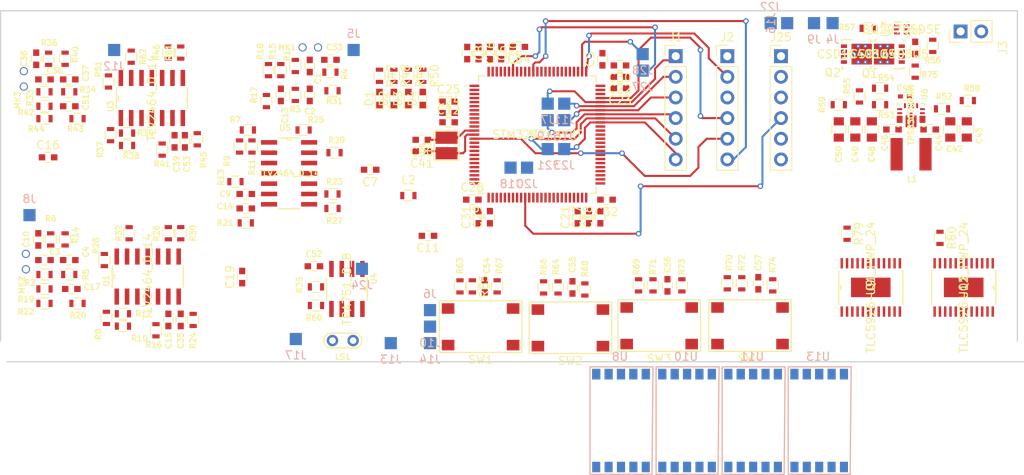
<source format=kicad_pcb>
(kicad_pcb (version 4) (host pcbnew 4.0.4-stable)
  (layers (0 F.Cu signal) (1 In1.Cu power) (2 In2.Cu power) (31 B.Cu signal) (36 B.SilkS user) (37 F.SilkS user) (38 B.Mask user) (39 F.Mask user) (44 Edge.Cuts user))
  (net 0 "")
  (net 1 GND)
  (net 2 "Net-(C1-Pad2)")
  (net 3 "Net-(C3-Pad2)")
  (net 4 VDD)
  (net 5 VDDA)
  (net 6 "Net-(C9-Pad2)")
  (net 7 "Net-(C10-Pad2)")
  (net 8 /Com_165A)
  (net 9 "Net-(C21-Pad2)")
  (net 10 "Net-(C23-Pad2)")
  (net 11 "Net-(C33-Pad2)")
  (net 12 /OSC_IN)
  (net 13 /OSC_OUT)
  (net 14 "Net-(C42-Pad2)")
  (net 15 "Net-(C45-Pad2)")
  (net 16 "Net-(C46-Pad2)")
  (net 17 "Net-(C47-Pad2)")
  (net 18 "Net-(C52-Pad2)")
  (net 19 "Net-(C54-Pad2)")
  (net 20 "Net-(C54-Pad1)")
  (net 21 "Net-(C55-Pad2)")
  (net 22 "Net-(C55-Pad1)")
  (net 23 "Net-(C56-Pad2)")
  (net 24 "Net-(C56-Pad1)")
  (net 25 "Net-(C57-Pad2)")
  (net 26 "Net-(C57-Pad1)")
  (net 27 "Net-(D1-Pad2)")
  (net 28 "Net-(D2-Pad2)")
  (net 29 "Net-(D3-Pad2)")
  (net 30 "Net-(D4-Pad2)")
  (net 31 /GPIO_1)
  (net 32 /GPIO_2)
  (net 33 /GPIO_3)
  (net 34 /GPIO_4)
  (net 35 /GPIO_5)
  (net 36 /GPIO_6)
  (net 37 /TCK)
  (net 38 /TMS)
  (net 39 /NRST)
  (net 40 /SWO)
  (net 41 /Batt+)
  (net 42 /In11)
  (net 43 /SCK)
  (net 44 /In12)
  (net 45 /MISO)
  (net 46 /In13)
  (net 47 /MOSI)
  (net 48 /DAC_O)
  (net 49 /SS1)
  (net 50 /SS2)
  (net 51 /Pop_Sup)
  (net 52 /SS4)
  (net 53 /BOOT0)
  (net 54 /TDI)
  (net 55 "Net-(L1-Pad1)")
  (net 56 "Net-(L1-Pad2)")
  (net 57 "Net-(LS1-Pad1)")
  (net 58 "Net-(LS1-Pad2)")
  (net 59 "Net-(MK1-Pad2)")
  (net 60 "Net-(MK2-Pad2)")
  (net 61 "Net-(MK3-Pad2)")
  (net 62 "Net-(Q1-Pad4)")
  (net 63 "Net-(Q1-Pad5)")
  (net 64 "Net-(Q2-Pad4)")
  (net 65 "Net-(R35-Pad2)")
  (net 66 /LED_R)
  (net 67 /LED_B)
  (net 68 /LED_Y)
  (net 69 /LED_G)
  (net 70 "Net-(R52-Pad2)")
  (net 71 "Net-(R53-Pad2)")
  (net 72 "Net-(R55-Pad2)")
  (net 73 "Net-(R57-Pad2)")
  (net 74 /UserBtn1)
  (net 75 /UserBtn3)
  (net 76 /UserBtn2)
  (net 77 /UserBtn4)
  (net 78 "Net-(R79-Pad2)")
  (net 79 "Net-(R80-Pad2)")
  (net 80 "Net-(U2-Pad5)")
  (net 81 "Net-(U2-Pad7)")
  (net 82 "Net-(U2-Pad8)")
  (net 83 "Net-(U2-Pad9)")
  (net 84 "Net-(U2-Pad15)")
  (net 85 "Net-(U2-Pad22)")
  (net 86 "Net-(U2-Pad23)")
  (net 87 "Net-(U2-Pad24)")
  (net 88 /SS3)
  (net 89 "Net-(U2-Pad36)")
  (net 90 "Net-(U2-Pad37)")
  (net 91 "Net-(U2-Pad38)")
  (net 92 "Net-(U2-Pad39)")
  (net 93 "Net-(U2-Pad40)")
  (net 94 "Net-(U2-Pad41)")
  (net 95 "Net-(U2-Pad42)")
  (net 96 "Net-(U2-Pad43)")
  (net 97 "Net-(U2-Pad44)")
  (net 98 "Net-(U2-Pad45)")
  (net 99 "Net-(U2-Pad46)")
  (net 100 "Net-(U2-Pad47)")
  (net 101 "Net-(U2-Pad51)")
  (net 102 "Net-(U2-Pad52)")
  (net 103 "Net-(U2-Pad53)")
  (net 104 "Net-(U2-Pad54)")
  (net 105 "Net-(U2-Pad55)")
  (net 106 "Net-(U2-Pad56)")
  (net 107 "Net-(U2-Pad57)")
  (net 108 "Net-(U2-Pad58)")
  (net 109 "Net-(U2-Pad63)")
  (net 110 "Net-(U2-Pad64)")
  (net 111 "Net-(U2-Pad65)")
  (net 112 "Net-(U2-Pad78)")
  (net 113 "Net-(U2-Pad79)")
  (net 114 "Net-(U2-Pad80)")
  (net 115 "Net-(U2-Pad81)")
  (net 116 "Net-(U2-Pad82)")
  (net 117 "Net-(U2-Pad83)")
  (net 118 "Net-(U2-Pad84)")
  (net 119 "Net-(U2-Pad85)")
  (net 120 "Net-(U2-Pad86)")
  (net 121 "Net-(U2-Pad87)")
  (net 122 "Net-(U2-Pad88)")
  (net 123 "Net-(U2-Pad90)")
  (net 124 "Net-(U2-Pad91)")
  (net 125 "Net-(U2-Pad92)")
  (net 126 "Net-(U2-Pad93)")
  (net 127 "Net-(U2-Pad95)")
  (net 128 "Net-(U2-Pad96)")
  (net 129 "Net-(U2-Pad97)")
  (net 130 "Net-(U2-Pad98)")
  (net 131 "Net-(U7-Pad1)")
  (net 132 "Net-(U8-Pad5)")
  (net 133 "Net-(U8-Pad4)")
  (net 134 "Net-(U8-Pad2)")
  (net 135 "Net-(U8-Pad1)")
  (net 136 "Net-(U8-Pad6)")
  (net 137 "Net-(U8-Pad7)")
  (net 138 "Net-(U8-Pad9)")
  (net 139 "Net-(U8-Pad10)")
  (net 140 "Net-(U10-Pad5)")
  (net 141 "Net-(U10-Pad4)")
  (net 142 "Net-(U10-Pad2)")
  (net 143 "Net-(U10-Pad1)")
  (net 144 "Net-(U10-Pad6)")
  (net 145 "Net-(U10-Pad7)")
  (net 146 "Net-(U10-Pad9)")
  (net 147 "Net-(U10-Pad10)")
  (net 148 "Net-(U11-Pad5)")
  (net 149 "Net-(U11-Pad4)")
  (net 150 "Net-(U11-Pad2)")
  (net 151 "Net-(U11-Pad1)")
  (net 152 "Net-(U11-Pad6)")
  (net 153 "Net-(U11-Pad7)")
  (net 154 "Net-(U11-Pad9)")
  (net 155 "Net-(U11-Pad10)")
  (net 156 "Net-(U12-Pad13)")
  (net 157 "Net-(U12-Pad18)")
  (net 158 "Net-(U12-Pad17)")
  (net 159 "Net-(U12-Pad16)")
  (net 160 "Net-(U12-Pad19)")
  (net 161 "Net-(U12-Pad20)")
  (net 162 "Net-(U12-Pad15)")
  (net 163 "Net-(U12-Pad14)")
  (net 164 "Net-(U12-Pad2)")
  (net 165 /Batt-)
  (net 166 "Net-(Q1-Pad1)")
  (net 167 /u1a+)
  (net 168 /u2a+)
  (net 169 /u1b-)
  (net 170 /u1bo)
  (net 171 "Net-(C15-Pad2)")
  (net 172 /u2b-)
  (net 173 /u2bo)
  (net 174 "Net-(C36-Pad2)")
  (net 175 /u3a+)
  (net 176 "Net-(C38-Pad2)")
  (net 177 "Net-(C39-Pad2)")
  (net 178 /u3b-)
  (net 179 /u3bo)
  (net 180 /u1a-)
  (net 181 /u2a-)
  (net 182 /u1ao)
  (net 183 /u2ao)
  (net 184 /u1b+)
  (net 185 /u2b+)
  (net 186 /u1c-)
  (net 187 /u1c+)
  (net 188 /u2c-)
  (net 189 /u1co)
  (net 190 /u2c+)
  (net 191 /u1d-)
  (net 192 /u2co)
  (net 193 /u2d-)
  (net 194 /u3a-)
  (net 195 /u3ao)
  (net 196 /u3b+)
  (net 197 /u3c-)
  (net 198 /u3c+)
  (net 199 /u3co)
  (net 200 /u3d-)
  (net 201 /Com_165B)
  (net 202 /Com_165C)
  (module Capacitors_SMD:C_0603 (layer F.Cu) (at 192.151 106.299 90)
    (fp_text reference C5 (at 0 -1.5 90) (layer F.SilkS))
    (fp_text value 1uF)
    (pad 2 smd rect (at 0.75 0 90) (size 0.8 0.75) (layers F.Cu F.Mask) (net 1 GND))
    (pad 1 smd rect (at -0.75 0 90) (size 0.8 0.75) (layers F.Cu F.Mask) (net 4 VDD))
  )
  (module Capacitors_SMD:C_0603 (layer F.Cu) (at 178.308 105.537 270)
    (fp_text reference C6 (at 0 -1.5 270) (layer F.SilkS))
    (fp_text value 100nF)
    (pad 2 smd rect (at 0.75 0 270) (size 0.8 0.75) (layers F.Cu F.Mask) (net 4 VDD))
    (pad 1 smd rect (at -0.75 0 270) (size 0.8 0.75) (layers F.Cu F.Mask) (net 1 GND))
  )
  (module Capacitors_SMD:C_0603 (layer F.Cu) (at 163.576 119.888 180)
    (fp_text reference C7 (at 0 -1.5 180) (layer F.SilkS))
    (fp_text value 100nF)
    (pad 2 smd rect (at 0.75 0 180) (size 0.8 0.75) (layers F.Cu F.Mask) (net 5 VDDA))
    (pad 1 smd rect (at -0.75 0 180) (size 0.8 0.75) (layers F.Cu F.Mask) (net 1 GND))
  )
  (module Capacitors_SMD:C_0603 (layer F.Cu) (at 175.514 105.537 270)
    (fp_text reference C8 (at 0 -1.5 270) (layer F.SilkS))
    (fp_text value 100nF)
    (pad 2 smd rect (at 0.75 0 270) (size 0.8 0.75) (layers F.Cu F.Mask) (net 4 VDD))
    (pad 1 smd rect (at -0.75 0 270) (size 0.8 0.75) (layers F.Cu F.Mask) (net 1 GND))
  )
  (module Capacitors_SMD:C_0603 (layer F.Cu) (at 170.688 128.016 180)
    (fp_text reference C11 (at 0 -1.5 180) (layer F.SilkS))
    (fp_text value 1uF)
    (pad 2 smd rect (at 0.75 0 180) (size 0.8 0.75) (layers F.Cu F.Mask) (net 5 VDDA))
    (pad 1 smd rect (at -0.75 0 180) (size 0.8 0.75) (layers F.Cu F.Mask) (net 1 GND))
  )
  (module Capacitors_SMD:C_0603 (layer F.Cu) (at 173.228 114.046)
    (fp_text reference C12 (at 0 -1.5) (layer F.SilkS))
    (fp_text value 100nF)
    (pad 2 smd rect (at 0.75 0) (size 0.8 0.75) (layers F.Cu F.Mask) (net 4 VDD))
    (pad 1 smd rect (at -0.75 0) (size 0.8 0.75) (layers F.Cu F.Mask) (net 1 GND))
  )
  (module Capacitors_SMD:C_0603 (layer F.Cu) (at 123.952 118.364)
    (fp_text reference C16 (at 0 -1.5) (layer F.SilkS))
    (fp_text value 10uF)
    (pad 2 smd rect (at 0.75 0) (size 0.8 0.75) (layers F.Cu F.Mask) (net 5 VDDA))
    (pad 1 smd rect (at -0.75 0) (size 0.8 0.75) (layers F.Cu F.Mask) (net 1 GND))
  )
  (module Capacitors_SMD:C_0603 (layer F.Cu) (at 191.897 125.73 90)
    (fp_text reference C18 (at 0 -1.5 90) (layer F.SilkS))
    (fp_text value 100nF)
    (pad 2 smd rect (at 0.75 0 90) (size 0.8 0.75) (layers F.Cu F.Mask) (net 4 VDD))
    (pad 1 smd rect (at -0.75 0 90) (size 0.8 0.75) (layers F.Cu F.Mask) (net 1 GND))
  )
  (module Capacitors_SMD:C_0603 (layer F.Cu) (at 147.828 133.096 90)
    (fp_text reference C19 (at 0 -1.5 90) (layer F.SilkS))
    (fp_text value 10uF)
    (pad 2 smd rect (at 0.75 0 90) (size 0.8 0.75) (layers F.Cu F.Mask) (net 5 VDDA))
    (pad 1 smd rect (at -0.75 0 90) (size 0.8 0.75) (layers F.Cu F.Mask) (net 1 GND))
  )
  (module Capacitors_SMD:C_0603 (layer F.Cu) (at 179.705 105.537 270)
    (fp_text reference C20 (at 0 -1.5 270) (layer F.SilkS))
    (fp_text value 100nF)
    (pad 2 smd rect (at 0.75 0 270) (size 0.8 0.75) (layers F.Cu F.Mask) (net 4 VDD))
    (pad 1 smd rect (at -0.75 0 270) (size 0.8 0.75) (layers F.Cu F.Mask) (net 1 GND))
  )
  (module Capacitors_SMD:C_0603 (layer F.Cu) (at 189.103 125.73 90)
    (fp_text reference C21 (at 0 -1.5 90) (layer F.SilkS))
    (fp_text value 2.2uF)
    (pad 2 smd rect (at 0.75 0 90) (size 0.8 0.75) (layers F.Cu F.Mask) (net 9 "Net-(C21-Pad2)"))
    (pad 1 smd rect (at -0.75 0 90) (size 0.8 0.75) (layers F.Cu F.Mask) (net 1 GND))
  )
  (module Capacitors_SMD:C_0603 (layer F.Cu) (at 194.31 108.458 180)
    (fp_text reference C22 (at 0 -1.5 180) (layer F.SilkS))
    (fp_text value 100nF)
    (pad 2 smd rect (at 0.75 0 180) (size 0.8 0.75) (layers F.Cu F.Mask) (net 4 VDD))
    (pad 1 smd rect (at -0.75 0 180) (size 0.8 0.75) (layers F.Cu F.Mask) (net 1 GND))
  )
  (module Capacitors_SMD:C_0603 (layer F.Cu) (at 194.31 109.855 180)
    (fp_text reference C23 (at 0 -1.5 180) (layer F.SilkS))
    (fp_text value 2.2uF)
    (pad 2 smd rect (at 0.75 0 180) (size 0.8 0.75) (layers F.Cu F.Mask) (net 10 "Net-(C23-Pad2)"))
    (pad 1 smd rect (at -0.75 0 180) (size 0.8 0.75) (layers F.Cu F.Mask) (net 1 GND))
  )
  (module Capacitors_SMD:C_0603 (layer F.Cu) (at 173.228 112.903)
    (fp_text reference C24 (at 0 -1.5) (layer F.SilkS))
    (fp_text value 100nF)
    (pad 2 smd rect (at 0.75 0) (size 0.8 0.75) (layers F.Cu F.Mask) (net 4 VDD))
    (pad 1 smd rect (at -0.75 0) (size 0.8 0.75) (layers F.Cu F.Mask) (net 1 GND))
  )
  (module Capacitors_SMD:C_0603 (layer F.Cu) (at 173.228 111.506)
    (fp_text reference C25 (at 0 -1.5) (layer F.SilkS))
    (fp_text value 100nF)
    (pad 2 smd rect (at 0.75 0) (size 0.8 0.75) (layers F.Cu F.Mask) (net 4 VDD))
    (pad 1 smd rect (at -0.75 0) (size 0.8 0.75) (layers F.Cu F.Mask) (net 1 GND))
  )
  (module Capacitors_SMD:C_0603 (layer F.Cu) (at 176.911 105.537 270)
    (fp_text reference C26 (at 0 -1.5 270) (layer F.SilkS))
    (fp_text value 100nF)
    (pad 2 smd rect (at 0.75 0 270) (size 0.8 0.75) (layers F.Cu F.Mask) (net 4 VDD))
    (pad 1 smd rect (at -0.75 0 270) (size 0.8 0.75) (layers F.Cu F.Mask) (net 1 GND))
  )
  (module Capacitors_SMD:C_0603 (layer F.Cu) (at 190.5 125.73 90)
    (fp_text reference C27 (at 0 -1.5 90) (layer F.SilkS))
    (fp_text value 100nF)
    (pad 2 smd rect (at 0.75 0 90) (size 0.8 0.75) (layers F.Cu F.Mask) (net 4 VDD))
    (pad 1 smd rect (at -0.75 0 90) (size 0.8 0.75) (layers F.Cu F.Mask) (net 1 GND))
  )
  (module Capacitors_SMD:C_0603 (layer F.Cu) (at 176.149 123.571)
    (fp_text reference C28 (at 0 -1.5) (layer F.SilkS))
    (fp_text value 100nF)
    (pad 2 smd rect (at 0.75 0) (size 0.8 0.75) (layers F.Cu F.Mask) (net 4 VDD))
    (pad 1 smd rect (at -0.75 0) (size 0.8 0.75) (layers F.Cu F.Mask) (net 1 GND))
  )
  (module Capacitors_SMD:C_0603 (layer F.Cu) (at 178.308 125.73 90)
    (fp_text reference C29 (at 0 -1.5 90) (layer F.SilkS))
    (fp_text value 100nF)
    (pad 2 smd rect (at 0.75 0 90) (size 0.8 0.75) (layers F.Cu F.Mask) (net 4 VDD))
    (pad 1 smd rect (at -0.75 0 90) (size 0.8 0.75) (layers F.Cu F.Mask) (net 1 GND))
  )
  (module Capacitors_SMD:C_0603 (layer F.Cu) (at 194.31 107.061 180)
    (fp_text reference C30 (at 0 -1.5 180) (layer F.SilkS))
    (fp_text value 100nF)
    (pad 2 smd rect (at 0.75 0 180) (size 0.8 0.75) (layers F.Cu F.Mask) (net 4 VDD))
    (pad 1 smd rect (at -0.75 0 180) (size 0.8 0.75) (layers F.Cu F.Mask) (net 1 GND))
  )
  (module Capacitors_SMD:C_0603 (layer F.Cu) (at 176.911 125.73 90)
    (fp_text reference C31 (at 0 -1.5 90) (layer F.SilkS))
    (fp_text value 100nF)
    (pad 2 smd rect (at 0.75 0 90) (size 0.8 0.75) (layers F.Cu F.Mask) (net 4 VDD))
    (pad 1 smd rect (at -0.75 0 90) (size 0.8 0.75) (layers F.Cu F.Mask) (net 1 GND))
  )
  (module Capacitors_SMD:C_0603 (layer F.Cu) (at 192.659 123.571 180)
    (fp_text reference C32 (at 0 -1.5 180) (layer F.SilkS))
    (fp_text value 100nF)
    (pad 2 smd rect (at 0.75 0 180) (size 0.8 0.75) (layers F.Cu F.Mask) (net 4 VDD))
    (pad 1 smd rect (at -0.75 0 180) (size 0.8 0.75) (layers F.Cu F.Mask) (net 1 GND))
  )
  (module Capacitors_SMD:C_0603 (layer F.Cu) (at 181.864 104.775 180)
    (fp_text reference C34 (at 0 -1.5 180) (layer F.SilkS))
    (fp_text value 4.7uF)
    (pad 2 smd rect (at 0.75 0 180) (size 0.8 0.75) (layers F.Cu F.Mask) (net 4 VDD))
    (pad 1 smd rect (at -0.75 0 180) (size 0.8 0.75) (layers F.Cu F.Mask) (net 1 GND))
  )
  (module Capacitors_SMD:C_0603 (layer F.Cu) (at 123.5075 108.7755)
    (fp_text reference C36 (at 1.27 -1.0795) (layer F.SilkS) (effects (font (size 0.7 0.7))))
    (fp_text value 33pF)
    (pad 2 smd rect (at 0.75 0) (size 0.8 0.75) (layers F.Cu F.Mask) (net 174 "Net-(C36-Pad2)"))
    (pad 1 smd rect (at -0.75 0) (size 0.8 0.75) (layers F.Cu F.Mask) (net 1 GND))
  )
  (module Capacitors_SMD:C_0603 (layer F.Cu) (at 169.926 116.205 180)
    (fp_text reference C40 (at 0 -1.5 180) (layer F.SilkS))
    (fp_text value 4.3pF)
    (pad 2 smd rect (at 0.75 0 180) (size 0.8 0.75) (layers F.Cu F.Mask) (net 1 GND))
    (pad 1 smd rect (at -0.75 0 180) (size 0.8 0.75) (layers F.Cu F.Mask) (net 12 /OSC_IN))
  )
  (module Capacitors_SMD:C_0603 (layer F.Cu) (at 169.926 117.602 180)
    (fp_text reference C41 (at 0 -1.5 180) (layer F.SilkS))
    (fp_text value 4.3pF)
    (pad 2 smd rect (at 0.75 0 180) (size 0.8 0.75) (layers F.Cu F.Mask) (net 1 GND))
    (pad 1 smd rect (at -0.75 0 180) (size 0.8 0.75) (layers F.Cu F.Mask) (net 13 /OSC_OUT))
  )
  (module Capacitors_SMD:C_0805 (layer F.Cu) (at 234.95 114.935 90)
    (fp_text reference C42 (at -2.413 0.508 180) (layer F.SilkS) (effects (font (size 0.7 0.7))))
    (fp_text value 10uF)
    (pad 1 smd rect (at -1 0 90) (size 1 1.25) (layers F.Cu F.Mask) (net 1 GND))
    (pad 2 smd rect (at 1 0 90) (size 1 1.25) (layers F.Cu F.Mask) (net 14 "Net-(C42-Pad2)"))
  )
  (module Capacitors_SMD:C_0805 (layer F.Cu) (at 236.982 114.935 90)
    (fp_text reference C43 (at -0.762 1.524 90) (layer F.SilkS) (effects (font (size 0.7 0.7))))
    (fp_text value 10uF)
    (pad 1 smd rect (at -1 0 90) (size 1 1.25) (layers F.Cu F.Mask) (net 1 GND))
    (pad 2 smd rect (at 1 0 90) (size 1 1.25) (layers F.Cu F.Mask) (net 14 "Net-(C42-Pad2)"))
  )
  (module Capacitors_SMD:C_0603 (layer F.Cu) (at 232.41 114.935 180)
    (fp_text reference C44 (at -1.143 -1.651 270) (layer F.SilkS) (effects (font (size 0.7 0.7))))
    (fp_text value 10uF)
    (pad 2 smd rect (at 0.75 0 180) (size 0.8 0.75) (layers F.Cu F.Mask) (net 14 "Net-(C42-Pad2)"))
    (pad 1 smd rect (at -0.75 0 180) (size 0.8 0.75) (layers F.Cu F.Mask) (net 1 GND))
  )
  (module Capacitors_SMD:C_0402 (layer F.Cu) (at 229.362 110.871)
    (fp_text reference C45 (at 0 -1.016) (layer F.SilkS) (effects (font (size 0.7 0.7))))
    (fp_text value 100nF)
    (pad 1 smd rect (at -0.55 0) (size 0.6 0.5) (layers F.Cu F.Mask) (net 1 GND))
    (pad 2 smd rect (at 0.55 0) (size 0.6 0.5) (layers F.Cu F.Mask) (net 15 "Net-(C45-Pad2)"))
  )
  (module Capacitors_SMD:C_0603 (layer F.Cu) (at 227.838 114.935)
    (fp_text reference C46 (at -0.9525 1.651 90) (layer F.SilkS) (effects (font (size 0.7 0.7))))
    (fp_text value 10uF)
    (pad 2 smd rect (at 0.75 0) (size 0.8 0.75) (layers F.Cu F.Mask) (net 16 "Net-(C46-Pad2)"))
    (pad 1 smd rect (at -0.75 0) (size 0.8 0.75) (layers F.Cu F.Mask) (net 1 GND))
  )
  (module Capacitors_SMD:C_0603 (layer F.Cu) (at 230.632 104.902 90)
    (fp_text reference C47 (at 1.905 -0.127 180) (layer F.SilkS) (effects (font (size 0.7 0.7))))
    (fp_text value 100nF)
    (pad 2 smd rect (at 0.75 0 90) (size 0.8 0.75) (layers F.Cu F.Mask) (net 17 "Net-(C47-Pad2)"))
    (pad 1 smd rect (at -0.75 0 90) (size 0.8 0.75) (layers F.Cu F.Mask) (net 165 /Batt-))
  )
  (module Capacitors_SMD:C_0805 (layer F.Cu) (at 225.298 114.935 90)
    (fp_text reference C48 (at -3.048 0 270) (layer F.SilkS) (effects (font (size 0.7 0.7))))
    (fp_text value 22uF)
    (pad 1 smd rect (at -1 0 90) (size 1 1.25) (layers F.Cu F.Mask) (net 1 GND))
    (pad 2 smd rect (at 1 0 90) (size 1 1.25) (layers F.Cu F.Mask) (net 16 "Net-(C46-Pad2)"))
  )
  (module Capacitors_SMD:C_0805 (layer F.Cu) (at 223.266 114.935 90)
    (fp_text reference C49 (at -3.048 0 270) (layer F.SilkS) (effects (font (size 0.7 0.7))))
    (fp_text value 22uF)
    (pad 1 smd rect (at -1 0 90) (size 1 1.25) (layers F.Cu F.Mask) (net 1 GND))
    (pad 2 smd rect (at 1 0 90) (size 1 1.25) (layers F.Cu F.Mask) (net 16 "Net-(C46-Pad2)"))
  )
  (module Capacitors_SMD:C_0805 (layer F.Cu) (at 221.234 114.935 90)
    (fp_text reference C50 (at -3.048 0 90) (layer F.SilkS) (effects (font (size 0.7 0.7))))
    (fp_text value 22uF)
    (pad 1 smd rect (at -1 0 90) (size 1 1.25) (layers F.Cu F.Mask) (net 1 GND))
    (pad 2 smd rect (at 1 0 90) (size 1 1.25) (layers F.Cu F.Mask) (net 16 "Net-(C46-Pad2)"))
  )
  (module Capacitors_SMD:C_0603 (layer F.Cu) (at 156.6545 131.7625)
    (fp_text reference C52 (at 0 -1.5) (layer F.SilkS) (effects (font (size 0.7 0.7))))
    (fp_text value 1uF)
    (pad 2 smd rect (at 0.75 0) (size 0.8 0.75) (layers F.Cu F.Mask) (net 18 "Net-(C52-Pad2)"))
    (pad 1 smd rect (at -0.75 0) (size 0.8 0.75) (layers F.Cu F.Mask) (net 1 GND))
  )
  (module Capacitors_SMD:C_0603 (layer F.Cu) (at 140.7795 116.3955 270)
    (fp_text reference C53 (at 2.794 -0.254 270) (layer F.SilkS) (effects (font (size 0.7 0.7))))
    (fp_text value "820 pF")
    (pad 2 smd rect (at 0.75 0 270) (size 0.8 0.75) (layers F.Cu F.Mask) (net 178 /u3b-))
    (pad 1 smd rect (at -0.75 0 270) (size 0.8 0.75) (layers F.Cu F.Mask) (net 179 /u3bo))
  )
  (module Capacitors_SMD:C_0603 (layer F.Cu) (at 177.673 134.239 270)
    (fp_text reference C54 (at -2.54 -0.254 270) (layer F.SilkS) (effects (font (size 0.7 0.7))))
    (fp_text value 10uF)
    (pad 2 smd rect (at 0.75 0 270) (size 0.8 0.75) (layers F.Cu F.Mask) (net 19 "Net-(C54-Pad2)"))
    (pad 1 smd rect (at -0.75 0 270) (size 0.8 0.75) (layers F.Cu F.Mask) (net 20 "Net-(C54-Pad1)"))
  )
  (module Capacitors_SMD:C_0603 (layer F.Cu) (at 188.468 134.366 270)
    (fp_text reference C55 (at -2.794 0 270) (layer F.SilkS) (effects (font (size 0.7 0.7))))
    (fp_text value 10uF)
    (pad 2 smd rect (at 0.75 0 270) (size 0.8 0.75) (layers F.Cu F.Mask) (net 21 "Net-(C55-Pad2)"))
    (pad 1 smd rect (at -0.75 0 270) (size 0.8 0.75) (layers F.Cu F.Mask) (net 22 "Net-(C55-Pad1)"))
  )
  (module Capacitors_SMD:C_0603 (layer F.Cu) (at 200.152 134.112 270)
    (fp_text reference C56 (at -2.54 0 270) (layer F.SilkS) (effects (font (size 0.7 0.7))))
    (fp_text value 10uF)
    (pad 2 smd rect (at 0.75 0 270) (size 0.8 0.75) (layers F.Cu F.Mask) (net 23 "Net-(C56-Pad2)"))
    (pad 1 smd rect (at -0.75 0 270) (size 0.8 0.75) (layers F.Cu F.Mask) (net 24 "Net-(C56-Pad1)"))
  )
  (module Capacitors_SMD:C_0603 (layer F.Cu) (at 211.328 133.858 270)
    (fp_text reference C57 (at -2.54 0 270) (layer F.SilkS) (effects (font (size 0.7 0.7))))
    (fp_text value 10uF)
    (pad 2 smd rect (at 0.75 0 270) (size 0.8 0.75) (layers F.Cu F.Mask) (net 25 "Net-(C57-Pad2)"))
    (pad 1 smd rect (at -0.75 0 270) (size 0.8 0.75) (layers F.Cu F.Mask) (net 26 "Net-(C57-Pad1)"))
  )
  (module LEDs:LED_0603 (layer F.Cu) (at 164.719 111.125 90)
    (fp_text reference D1 (at 0 -1.25 90) (layer F.SilkS))
    (fp_text value LED)
    (pad 2 smd rect (at 0.8 0 270) (size 0.8 0.8) (layers F.Cu F.Mask) (net 27 "Net-(D1-Pad2)"))
    (pad 1 smd rect (at -0.8 0 270) (size 0.8 0.8) (layers F.Cu F.Mask) (net 1 GND))
  )
  (module LEDs:LED_0603 (layer F.Cu) (at 166.497 111.125 90)
    (fp_text reference D2 (at 0 -1.25 90) (layer F.SilkS))
    (fp_text value LED)
    (pad 2 smd rect (at 0.8 0 270) (size 0.8 0.8) (layers F.Cu F.Mask) (net 28 "Net-(D2-Pad2)"))
    (pad 1 smd rect (at -0.8 0 270) (size 0.8 0.8) (layers F.Cu F.Mask) (net 1 GND))
  )
  (module LEDs:LED_0603 (layer F.Cu) (at 168.275 111.125 90)
    (fp_text reference D3 (at 0 -1.25 90) (layer F.SilkS))
    (fp_text value LED)
    (pad 2 smd rect (at 0.8 0 270) (size 0.8 0.8) (layers F.Cu F.Mask) (net 29 "Net-(D3-Pad2)"))
    (pad 1 smd rect (at -0.8 0 270) (size 0.8 0.8) (layers F.Cu F.Mask) (net 1 GND))
  )
  (module LEDs:LED_0603 (layer F.Cu) (at 170.053 111.125 90)
    (fp_text reference D4 (at 0 -1.25 90) (layer F.SilkS))
    (fp_text value LED)
    (pad 2 smd rect (at 0.8 0 270) (size 0.8 0.8) (layers F.Cu F.Mask) (net 30 "Net-(D4-Pad2)"))
    (pad 1 smd rect (at -0.8 0 270) (size 0.8 0.8) (layers F.Cu F.Mask) (net 1 GND))
  )
  (module Pin_Headers:Pin_Header_Straight_1x06_Pitch2.54mm (layer F.Cu) (at 207.518 105.918)
    (fp_text reference J2 (at 0 -2.33) (layer F.SilkS))
    (fp_text value Conn_01x06)
    (pad 1 thru_hole rect (at 0 0) (size 1.7 1.7) (drill 1) (layers *.Cu *.Mask) (net 4 VDD))
    (pad 2 thru_hole oval (at 0 2.54) (size 1.7 1.7) (drill 1) (layers *.Cu *.Mask) (net 37 /TCK))
    (pad 3 thru_hole oval (at 0 5.08) (size 1.7 1.7) (drill 1) (layers *.Cu *.Mask) (net 1 GND))
    (pad 4 thru_hole oval (at 0 7.62) (size 1.7 1.7) (drill 1) (layers *.Cu *.Mask) (net 38 /TMS))
    (pad 5 thru_hole oval (at 0 10.16) (size 1.7 1.7) (drill 1) (layers *.Cu *.Mask) (net 39 /NRST))
    (pad 6 thru_hole oval (at 0 12.7) (size 1.7 1.7) (drill 1) (layers *.Cu *.Mask) (net 40 /SWO))
  )
  (module Pin_Headers:Pin_Header_Straight_1x02_Pitch2.54mm (layer F.Cu) (at 236.22 102.87 90)
    (fp_text reference J3 (at -2.032 5.207 90) (layer F.SilkS))
    (fp_text value Conn_01x02)
    (pad 1 thru_hole rect (at 0 0 90) (size 1.7 1.7) (drill 1) (layers *.Cu *.Mask) (net 41 /Batt+))
    (pad 2 thru_hole oval (at 0 2.54 90) (size 1.7 1.7) (drill 1) (layers *.Cu *.Mask) (net 165 /Batt-))
  )
  (module Measurement_Points:Measurement_Point_Square-SMD-Pad_Small (layer B.Cu) (at 220.472 101.854)
    (fp_text reference J4 (at 0 2) (layer B.SilkS) (effects (justify mirror)))
    (fp_text value TEST_1P)
    (pad 1 smd rect (at 0 0) (size 1.5 1.5) (layers B.Cu B.Mask) (net 41 /Batt+))
  )
  (module Measurement_Points:Measurement_Point_Square-SMD-Pad_Small (layer B.Cu) (at 161.544 105.156 180)
    (fp_text reference J5 (at 0 2 180) (layer B.SilkS) (effects (justify mirror)))
    (fp_text value TEST_1P)
    (pad 1 smd rect (at 0 0 180) (size 1.5 1.5) (layers B.Cu B.Mask) (net 42 /In11))
  )
  (module Measurement_Points:Measurement_Point_Square-SMD-Pad_Small (layer B.Cu) (at 170.942 137.16 180)
    (fp_text reference J6 (at 0 2 180) (layer B.SilkS) (effects (justify mirror)))
    (fp_text value TEST_1P)
    (pad 1 smd rect (at 0 0 180) (size 1.5 1.5) (layers B.Cu B.Mask) (net 43 /SCK))
  )
  (module Measurement_Points:Measurement_Point_Square-SMD-Pad_Small (layer B.Cu) (at 185.42 111.76)
    (fp_text reference J7 (at 0 2) (layer B.SilkS) (effects (justify mirror)))
    (fp_text value TEST_1P)
    (pad 1 smd rect (at 0 0) (size 1.5 1.5) (layers B.Cu B.Mask) (net 31 /GPIO_1))
  )
  (module Measurement_Points:Measurement_Point_Square-SMD-Pad_Small (layer B.Cu) (at 121.666 125.476 180)
    (fp_text reference J8 (at 0 2 180) (layer B.SilkS) (effects (justify mirror)))
    (fp_text value TEST_1P)
    (pad 1 smd rect (at 0 0 180) (size 1.5 1.5) (layers B.Cu B.Mask) (net 44 /In12))
  )
  (module Measurement_Points:Measurement_Point_Square-SMD-Pad_Small (layer B.Cu) (at 218.186 101.854)
    (fp_text reference J9 (at 0 2) (layer B.SilkS) (effects (justify mirror)))
    (fp_text value TEST_1P)
    (pad 1 smd rect (at 0 0) (size 1.5 1.5) (layers B.Cu B.Mask) (net 4 VDD))
  )
  (module Measurement_Points:Measurement_Point_Square-SMD-Pad_Small (layer B.Cu) (at 170.942 139.192)
    (fp_text reference J10 (at 0 2) (layer B.SilkS) (effects (justify mirror)))
    (fp_text value TEST_1P)
    (pad 1 smd rect (at 0 0) (size 1.5 1.5) (layers B.Cu B.Mask) (net 45 /MISO))
  )
  (module Measurement_Points:Measurement_Point_Square-SMD-Pad_Small (layer B.Cu) (at 187.452 111.76)
    (fp_text reference J11 (at 0 2) (layer B.SilkS) (effects (justify mirror)))
    (fp_text value TEST_1P)
    (pad 1 smd rect (at 0 0) (size 1.5 1.5) (layers B.Cu B.Mask) (net 32 /GPIO_2))
  )
  (module Measurement_Points:Measurement_Point_Square-SMD-Pad_Small (layer B.Cu) (at 132.08 105.156)
    (fp_text reference J12 (at 0 2) (layer B.SilkS) (effects (justify mirror)))
    (fp_text value TEST_1P)
    (pad 1 smd rect (at 0 0) (size 1.5 1.5) (layers B.Cu B.Mask) (net 46 /In13))
  )
  (module Measurement_Points:Measurement_Point_Square-SMD-Pad_Small (layer B.Cu) (at 166.116 141.224)
    (fp_text reference J13 (at 0 2) (layer B.SilkS) (effects (justify mirror)))
    (fp_text value TEST_1P)
    (pad 1 smd rect (at 0 0) (size 1.5 1.5) (layers B.Cu B.Mask) (net 5 VDDA))
  )
  (module Measurement_Points:Measurement_Point_Square-SMD-Pad_Small (layer B.Cu) (at 170.942 141.224)
    (fp_text reference J14 (at 0 2) (layer B.SilkS) (effects (justify mirror)))
    (fp_text value TEST_1P)
    (pad 1 smd rect (at 0 0) (size 1.5 1.5) (layers B.Cu B.Mask) (net 47 /MOSI))
  )
  (module Measurement_Points:Measurement_Point_Square-SMD-Pad_Small (layer B.Cu) (at 187.452 113.792)
    (fp_text reference J15 (at 0 2) (layer B.SilkS) (effects (justify mirror)))
    (fp_text value TEST_1P)
    (pad 1 smd rect (at 0 0) (size 1.5 1.5) (layers B.Cu B.Mask) (net 33 /GPIO_3))
  )
  (module Measurement_Points:Measurement_Point_Square-SMD-Pad_Small (layer B.Cu) (at 214.884 101.854 270)
    (fp_text reference J16 (at 0 2 270) (layer B.SilkS) (effects (justify mirror)))
    (fp_text value TEST_1P)
    (pad 1 smd rect (at 0 0 270) (size 1.5 1.5) (layers B.Cu B.Mask) (net 1 GND))
  )
  (module Measurement_Points:Measurement_Point_Square-SMD-Pad_Small (layer B.Cu) (at 154.432 140.716)
    (fp_text reference J17 (at 0 2) (layer B.SilkS) (effects (justify mirror)))
    (fp_text value TEST_1P)
    (pad 1 smd rect (at 0 0) (size 1.5 1.5) (layers B.Cu B.Mask) (net 48 /DAC_O))
  )
  (module Measurement_Points:Measurement_Point_Square-SMD-Pad_Small (layer B.Cu) (at 180.848 119.634)
    (fp_text reference J18 (at 0 2) (layer B.SilkS) (effects (justify mirror)))
    (fp_text value TEST_1P)
    (pad 1 smd rect (at 0 0) (size 1.5 1.5) (layers B.Cu B.Mask) (net 49 /SS1))
  )
  (module Measurement_Points:Measurement_Point_Square-SMD-Pad_Small (layer B.Cu) (at 185.42 113.792)
    (fp_text reference J19 (at 0 2) (layer B.SilkS) (effects (justify mirror)))
    (fp_text value TEST_1P)
    (pad 1 smd rect (at 0 0) (size 1.5 1.5) (layers B.Cu B.Mask) (net 34 /GPIO_4))
  )
  (module Measurement_Points:Measurement_Point_Square-SMD-Pad_Small (layer B.Cu) (at 182.88 119.634)
    (fp_text reference J20 (at 0 2) (layer B.SilkS) (effects (justify mirror)))
    (fp_text value TEST_1P)
    (pad 1 smd rect (at 0 0) (size 1.5 1.5) (layers B.Cu B.Mask) (net 50 /SS2))
  )
  (module Measurement_Points:Measurement_Point_Square-SMD-Pad_Small (layer B.Cu) (at 185.42 117.348)
    (fp_text reference J21 (at 0 2) (layer B.SilkS) (effects (justify mirror)))
    (fp_text value TEST_1P)
    (pad 1 smd rect (at 0 0) (size 1.5 1.5) (layers B.Cu B.Mask) (net 35 /GPIO_5))
  )
  (module Measurement_Points:Measurement_Point_Square-SMD-Pad_Small (layer B.Cu) (at 212.852 101.854 180)
    (fp_text reference J22 (at 0 2 180) (layer B.SilkS) (effects (justify mirror)))
    (fp_text value TEST_1P)
    (pad 1 smd rect (at 0 0 180) (size 1.5 1.5) (layers B.Cu B.Mask) (net 39 /NRST))
  )
  (module Measurement_Points:Measurement_Point_Square-SMD-Pad_Small (layer B.Cu) (at 187.452 117.348)
    (fp_text reference J23 (at 0 2) (layer B.SilkS) (effects (justify mirror)))
    (fp_text value TEST_1P)
    (pad 1 smd rect (at 0 0) (size 1.5 1.5) (layers B.Cu B.Mask) (net 36 /GPIO_6))
  )
  (module Measurement_Points:Measurement_Point_Square-SMD-Pad_Small (layer B.Cu) (at 162.56 132.08)
    (fp_text reference J24 (at 0 2) (layer B.SilkS) (effects (justify mirror)))
    (fp_text value TEST_1P)
    (pad 1 smd rect (at 0 0) (size 1.5 1.5) (layers B.Cu B.Mask) (net 51 /Pop_Sup))
  )
  (module Pin_Headers:Pin_Header_Straight_1x06_Pitch2.54mm (layer F.Cu) (at 214.122 105.918)
    (fp_text reference J25 (at 0 -2.33) (layer F.SilkS))
    (fp_text value Conn_01x06)
    (pad 1 thru_hole rect (at 0 0) (size 1.7 1.7) (drill 1) (layers *.Cu *.Mask) (net 43 /SCK))
    (pad 2 thru_hole oval (at 0 2.54) (size 1.7 1.7) (drill 1) (layers *.Cu *.Mask) (net 45 /MISO))
    (pad 3 thru_hole oval (at 0 5.08) (size 1.7 1.7) (drill 1) (layers *.Cu *.Mask) (net 47 /MOSI))
    (pad 4 thru_hole oval (at 0 7.62) (size 1.7 1.7) (drill 1) (layers *.Cu *.Mask) (net 52 /SS4))
    (pad 5 thru_hole oval (at 0 10.16) (size 1.7 1.7) (drill 1) (layers *.Cu *.Mask) (net 4 VDD))
    (pad 6 thru_hole oval (at 0 12.7) (size 1.7 1.7) (drill 1) (layers *.Cu *.Mask) (net 1 GND))
  )
  (module Measurement_Points:Measurement_Point_Square-SMD-Pad_Small (layer B.Cu) (at 197.104 107.696)
    (fp_text reference J27 (at 0 2) (layer B.SilkS) (effects (justify mirror)))
    (fp_text value TEST_1P)
    (pad 1 smd rect (at 0 0) (size 1.5 1.5) (layers B.Cu B.Mask) (net 53 /BOOT0))
  )
  (module Measurement_Points:Measurement_Point_Square-SMD-Pad_Small (layer B.Cu) (at 197.104 105.664)
    (fp_text reference J28 (at 0 2) (layer B.SilkS) (effects (justify mirror)))
    (fp_text value TEST_1P)
    (pad 1 smd rect (at 0 0) (size 1.5 1.5) (layers B.Cu B.Mask) (net 54 /TDI))
  )
  (module custom:L_cust01 (layer F.Cu) (at 229.87 117.983)
    (fp_text reference L1 (at 0.381 3.048) (layer F.SilkS) (effects (font (size 0.7 0.7))))
    (fp_text value 1.5uH)
    (pad 1 smd rect (at -1.524 0) (size 1.5 4) (layers F.Cu F.Mask) (net 55 "Net-(L1-Pad1)"))
    (pad 2 smd rect (at 2.032 0) (size 1.5 4) (layers F.Cu F.Mask) (net 56 "Net-(L1-Pad2)"))
  )
  (module Inductors_SMD:L_0603 (layer F.Cu) (at 168.275 123.063)
    (fp_text reference L2 (at 0 -1.9) (layer F.SilkS))
    (fp_text value Ferrite_Bead)
    (pad 1 smd rect (at -0.75 0) (size 0.5 0.9) (layers F.Cu F.Mask) (net 5 VDDA))
    (pad 2 smd rect (at 0.75 0) (size 0.5 0.9) (layers F.Cu F.Mask) (net 4 VDD))
  )
  (module Measurement_Points:Test_Point_2Pads (layer F.Cu) (at 161.4805 140.9065 180)
    (fp_text reference LS1 (at 1.27 -2 180) (layer F.SilkS) (effects (font (size 0.7 0.7))))
    (fp_text value Speaker)
    (pad 1 thru_hole circle (at 0 0 180) (size 1.4 1.4) (drill 0.8128) (layers *.Cu *.Mask) (net 57 "Net-(LS1-Pad1)"))
    (pad 2 thru_hole circle (at 2.54 0 180) (size 1.4 1.4) (drill 0.8128) (layers *.Cu *.Mask) (net 58 "Net-(LS1-Pad2)"))
  )
  (module custom:CMC2242PBL (layer F.Cu) (at 157.1625 104.8385 180)
    (fp_text reference MK1 (at 3.81 0 180) (layer F.SilkS) (effects (font (size 0.7 0.7))))
    (fp_text value Microphone)
    (pad 1 thru_hole circle (at 0 0 180) (size 1 1) (drill 0.762) (layers *.Cu *.Mask) (net 1 GND))
    (pad 2 thru_hole circle (at 1.9 0 180) (size 1 1) (drill 0.762) (layers *.Cu *.Mask) (net 59 "Net-(MK1-Pad2)"))
  )
  (module custom:CMC2242PBL (layer F.Cu) (at 121.2215 130.2385 270)
    (fp_text reference MK2 (at 3.81 0.508 270) (layer F.SilkS) (effects (font (size 0.7 0.7))))
    (fp_text value Microphone)
    (pad 1 thru_hole circle (at 0 0 270) (size 1 1) (drill 0.762) (layers *.Cu *.Mask) (net 1 GND))
    (pad 2 thru_hole circle (at 1.9 0 270) (size 1 1) (drill 0.762) (layers *.Cu *.Mask) (net 60 "Net-(MK2-Pad2)"))
  )
  (module custom:CMC2242PBL (layer F.Cu) (at 120.9675 107.7595 270)
    (fp_text reference MK3 (at 3.556 0.762 270) (layer F.SilkS) (effects (font (size 0.7 0.7))))
    (fp_text value Microphone)
    (pad 1 thru_hole circle (at 0 0 270) (size 1 1) (drill 0.762) (layers *.Cu *.Mask) (net 1 GND))
    (pad 2 thru_hole circle (at 1.9 0 270) (size 1 1) (drill 0.762) (layers *.Cu *.Mask) (net 61 "Net-(MK3-Pad2)"))
  )
  (module custom:CSD16406Q3 (layer F.Cu) (at 227.457 105.664 180)
    (fp_text reference Q1 (at 2.413 -2.413 180) (layer F.SilkS))
    (fp_text value CSD16408Q5 (at 0 0 180) (layer F.SilkS))
    (pad 1 smd rect (at -1.525001 -0.975002 270) (size 0.439999 0.750001) (layers F.Cu F.Mask) (net 166 "Net-(Q1-Pad1)"))
    (pad 2 smd rect (at -1.525001 -0.325001 270) (size 0.439999 0.750001) (layers F.Cu F.Mask) (net 166 "Net-(Q1-Pad1)"))
    (pad 3 smd rect (at -1.525001 0.324998 270) (size 0.439999 0.750001) (layers F.Cu F.Mask) (net 166 "Net-(Q1-Pad1)"))
    (pad 4 smd rect (at -1.525001 0.974999 270) (size 0.439999 0.750001) (layers F.Cu F.Mask) (net 62 "Net-(Q1-Pad4)"))
    (pad 5 smd rect (at 1.525001 0.974999 270) (size 0.439999 0.750001) (layers F.Cu F.Mask) (net 63 "Net-(Q1-Pad5)"))
    (pad 6 smd rect (at 1.525001 0.325001 270) (size 0.439999 0.750001) (layers F.Cu F.Mask))
    (pad 7 smd rect (at 1.525001 -0.325001 270) (size 0.439999 0.750001) (layers F.Cu F.Mask))
    (pad 8 smd rect (at 1.525001 -0.974999 270) (size 0.439999 0.750001) (layers F.Cu F.Mask))
    (pad 9 smd rect (at 0.650001 0 180) (size 2.5 2.55) (layers F.Cu F.Mask))
    (pad V thru_hole circle (at 0.225999 -0.974999 180) (size 0.499999 0.499999) (drill 0.2032) (layers *.Cu *.Mask))
    (pad V thru_hole circle (at 1.101999 -0.974999 180) (size 0.499999 0.499999) (drill 0.2032) (layers *.Cu *.Mask))
    (pad V thru_hole circle (at 1.101999 0.974999 180) (size 0.499999 0.499999) (drill 0.2032) (layers *.Cu *.Mask))
    (pad V thru_hole circle (at 0.225999 0.974999 180) (size 0.499999 0.499999) (drill 0.2032) (layers *.Cu *.Mask))
    (pad V thru_hole circle (at 0.663999 0 180) (size 0.499999 0.499999) (drill 0.2032) (layers *.Cu *.Mask))
    (pad V thru_hole circle (at -0.212001 0 180) (size 0.499999 0.499999) (drill 0.2032) (layers *.Cu *.Mask))
    (pad V thru_hole circle (at 1.540002 0 180) (size 0.499999 0.499999) (drill 0.2032) (layers *.Cu *.Mask))
  )
  (module custom:CSD16406Q3 (layer F.Cu) (at 223.393 105.664)
    (fp_text reference Q2 (at -2.921 2.286) (layer F.SilkS))
    (fp_text value CSD16408Q5 (at 0 0) (layer F.SilkS))
    (pad 1 smd rect (at -1.525001 -0.975002 90) (size 0.439999 0.750001) (layers F.Cu F.Mask) (net 165 /Batt-))
    (pad 2 smd rect (at -1.525001 -0.325001 90) (size 0.439999 0.750001) (layers F.Cu F.Mask) (net 165 /Batt-))
    (pad 3 smd rect (at -1.525001 0.324998 90) (size 0.439999 0.750001) (layers F.Cu F.Mask) (net 165 /Batt-))
    (pad 4 smd rect (at -1.525001 0.974999 90) (size 0.439999 0.750001) (layers F.Cu F.Mask) (net 64 "Net-(Q2-Pad4)"))
    (pad 5 smd rect (at 1.525001 0.974999 90) (size 0.439999 0.750001) (layers F.Cu F.Mask) (net 63 "Net-(Q1-Pad5)"))
    (pad 6 smd rect (at 1.525001 0.325001 90) (size 0.439999 0.750001) (layers F.Cu F.Mask))
    (pad 7 smd rect (at 1.525001 -0.325001 90) (size 0.439999 0.750001) (layers F.Cu F.Mask))
    (pad 8 smd rect (at 1.525001 -0.974999 90) (size 0.439999 0.750001) (layers F.Cu F.Mask))
    (pad 9 smd rect (at 0.650001 0) (size 2.5 2.55) (layers F.Cu F.Mask))
    (pad V thru_hole circle (at 0.225999 -0.974999) (size 0.499999 0.499999) (drill 0.2032) (layers *.Cu *.Mask))
    (pad V thru_hole circle (at 1.101999 -0.974999) (size 0.499999 0.499999) (drill 0.2032) (layers *.Cu *.Mask))
    (pad V thru_hole circle (at 1.101999 0.974999) (size 0.499999 0.499999) (drill 0.2032) (layers *.Cu *.Mask))
    (pad V thru_hole circle (at 0.225999 0.974999) (size 0.499999 0.499999) (drill 0.2032) (layers *.Cu *.Mask))
    (pad V thru_hole circle (at 0.663999 0) (size 0.499999 0.499999) (drill 0.2032) (layers *.Cu *.Mask))
    (pad V thru_hole circle (at -0.212001 0) (size 0.499999 0.499999) (drill 0.2032) (layers *.Cu *.Mask))
    (pad V thru_hole circle (at 1.540002 0) (size 0.499999 0.499999) (drill 0.2032) (layers *.Cu *.Mask))
  )
  (module Resistors_SMD:R_0603 (layer F.Cu) (at 159.1945 117.7925 180)
    (fp_text reference R29 (at -0.254 1.524 180) (layer F.SilkS) (effects (font (size 0.7 0.7))))
    (fp_text value 0)
    (pad 1 smd rect (at -0.75 0 180) (size 0.5 0.9) (layers F.Cu F.Mask) (net 42 /In11))
    (pad 2 smd rect (at 0.75 0 180) (size 0.5 0.9) (layers F.Cu F.Mask) (net 191 /u1d-))
  )
  (module Resistors_SMD:R_0603 (layer F.Cu) (at 133.9215 127.6985 270)
    (fp_text reference R32 (at 0 1.27 270) (layer F.SilkS) (effects (font (size 0.7 0.7))))
    (fp_text value 0)
    (pad 1 smd rect (at -0.75 0 270) (size 0.5 0.9) (layers F.Cu F.Mask) (net 44 /In12))
    (pad 2 smd rect (at 0.75 0 270) (size 0.5 0.9) (layers F.Cu F.Mask) (net 193 /u2d-))
  )
  (module Resistors_SMD:R_0603 (layer F.Cu) (at 156.9085 134.3025)
    (fp_text reference R35 (at -2.032 -0.254 90) (layer F.SilkS) (effects (font (size 0.7 0.7))))
    (fp_text value 10K)
    (pad 1 smd rect (at -0.75 0) (size 0.5 0.9) (layers F.Cu F.Mask) (net 48 /DAC_O))
    (pad 2 smd rect (at 0.75 0) (size 0.5 0.9) (layers F.Cu F.Mask) (net 65 "Net-(R35-Pad2)"))
  )
  (module Resistors_SMD:R_0603 (layer F.Cu) (at 164.719 108.331 270)
    (fp_text reference R47 (at 0 -1.45 270) (layer F.SilkS))
    (fp_text value R)
    (pad 1 smd rect (at -0.75 0 270) (size 0.5 0.9) (layers F.Cu F.Mask) (net 66 /LED_R))
    (pad 2 smd rect (at 0.75 0 270) (size 0.5 0.9) (layers F.Cu F.Mask) (net 27 "Net-(D1-Pad2)"))
  )
  (module Resistors_SMD:R_0603 (layer F.Cu) (at 166.497 108.331 270)
    (fp_text reference R48 (at 0 -1.45 270) (layer F.SilkS))
    (fp_text value R)
    (pad 1 smd rect (at -0.75 0 270) (size 0.5 0.9) (layers F.Cu F.Mask) (net 67 /LED_B))
    (pad 2 smd rect (at 0.75 0 270) (size 0.5 0.9) (layers F.Cu F.Mask) (net 28 "Net-(D2-Pad2)"))
  )
  (module Resistors_SMD:R_0603 (layer F.Cu) (at 168.275 108.331 270)
    (fp_text reference R49 (at 0 -1.45 270) (layer F.SilkS))
    (fp_text value R)
    (pad 1 smd rect (at -0.75 0 270) (size 0.5 0.9) (layers F.Cu F.Mask) (net 68 /LED_Y))
    (pad 2 smd rect (at 0.75 0 270) (size 0.5 0.9) (layers F.Cu F.Mask) (net 29 "Net-(D3-Pad2)"))
  )
  (module Resistors_SMD:R_0603 (layer F.Cu) (at 170.053 108.331 270)
    (fp_text reference R50 (at 0 -1.45 270) (layer F.SilkS))
    (fp_text value R)
    (pad 1 smd rect (at -0.75 0 270) (size 0.5 0.9) (layers F.Cu F.Mask) (net 69 /LED_G))
    (pad 2 smd rect (at 0.75 0 270) (size 0.5 0.9) (layers F.Cu F.Mask) (net 30 "Net-(D4-Pad2)"))
  )
  (module Resistors_SMD:R_0603 (layer F.Cu) (at 233.934 112.395 180)
    (fp_text reference R52 (at -0.254 1.524 180) (layer F.SilkS) (effects (font (size 0.7 0.7))))
    (fp_text value 10K)
    (pad 1 smd rect (at -0.75 0 180) (size 0.5 0.9) (layers F.Cu F.Mask) (net 14 "Net-(C42-Pad2)"))
    (pad 2 smd rect (at 0.75 0 180) (size 0.5 0.9) (layers F.Cu F.Mask) (net 70 "Net-(R52-Pad2)"))
  )
  (module Resistors_SMD:R_0603 (layer F.Cu) (at 226.314 111.887)
    (fp_text reference R53 (at 0.762 1.27) (layer F.SilkS) (effects (font (size 0.7 0.7))))
    (fp_text value 470K)
    (pad 1 smd rect (at -0.75 0) (size 0.5 0.9) (layers F.Cu F.Mask) (net 16 "Net-(C46-Pad2)"))
    (pad 2 smd rect (at 0.75 0) (size 0.5 0.9) (layers F.Cu F.Mask) (net 71 "Net-(R53-Pad2)"))
  )
  (module Resistors_SMD:R_0603 (layer F.Cu) (at 226.314 109.855 180)
    (fp_text reference R54 (at -0.762 1.27 360) (layer F.SilkS) (effects (font (size 0.7 0.7))))
    (fp_text value 150K)
    (pad 1 smd rect (at -0.75 0 180) (size 0.5 0.9) (layers F.Cu F.Mask) (net 71 "Net-(R53-Pad2)"))
    (pad 2 smd rect (at 0.75 0 180) (size 0.5 0.9) (layers F.Cu F.Mask) (net 1 GND))
  )
  (module Resistors_SMD:R_0603 (layer F.Cu) (at 223.774 110.871 90)
    (fp_text reference R55 (at 1.27 -1.524 90) (layer F.SilkS) (effects (font (size 0.7 0.7))))
    (fp_text value 10K)
    (pad 1 smd rect (at -0.75 0 90) (size 0.5 0.9) (layers F.Cu F.Mask) (net 16 "Net-(C46-Pad2)"))
    (pad 2 smd rect (at 0.75 0 90) (size 0.5 0.9) (layers F.Cu F.Mask) (net 72 "Net-(R55-Pad2)"))
  )
  (module Resistors_SMD:R_0603 (layer F.Cu) (at 232.791 104.648 90)
    (fp_text reference R56 (at -1.778 0 180) (layer F.SilkS) (effects (font (size 0.7 0.7))))
    (fp_text value 330)
    (pad 1 smd rect (at -0.75 0 90) (size 0.5 0.9) (layers F.Cu F.Mask) (net 17 "Net-(C47-Pad2)"))
    (pad 2 smd rect (at 0.75 0 90) (size 0.5 0.9) (layers F.Cu F.Mask) (net 41 /Batt+))
  )
  (module Resistors_SMD:R_0603 (layer F.Cu) (at 224.79 102.489)
    (fp_text reference R57 (at -2.54 -0.127) (layer F.SilkS) (effects (font (size 0.7 0.7))))
    (fp_text value 2.2K)
    (pad 1 smd rect (at -0.75 0) (size 0.5 0.9) (layers F.Cu F.Mask) (net 1 GND))
    (pad 2 smd rect (at 0.75 0) (size 0.5 0.9) (layers F.Cu F.Mask) (net 73 "Net-(R57-Pad2)"))
  )
  (module Resistors_SMD:R_0603 (layer F.Cu) (at 237.109 111.379)
    (fp_text reference R58 (at 0.508 -1.524) (layer F.SilkS) (effects (font (size 0.7 0.7))))
    (fp_text value 0)
    (pad 1 smd rect (at -0.75 0) (size 0.5 0.9) (layers F.Cu F.Mask) (net 14 "Net-(C42-Pad2)"))
    (pad 2 smd rect (at 0.75 0) (size 0.5 0.9) (layers F.Cu F.Mask) (net 41 /Batt+))
  )
  (module Resistors_SMD:R_0603 (layer F.Cu) (at 221.234 111.887)
    (fp_text reference R59 (at -2.032 0 90) (layer F.SilkS) (effects (font (size 0.7 0.7))))
    (fp_text value 0)
    (pad 1 smd rect (at -0.75 0) (size 0.5 0.9) (layers F.Cu F.Mask) (net 4 VDD))
    (pad 2 smd rect (at 0.75 0) (size 0.5 0.9) (layers F.Cu F.Mask) (net 16 "Net-(C46-Pad2)"))
  )
  (module Resistors_SMD:R_0603 (layer F.Cu) (at 156.9085 136.5885)
    (fp_text reference R60 (at -0.254 1.524) (layer F.SilkS) (effects (font (size 0.7 0.7))))
    (fp_text value 10K)
    (pad 1 smd rect (at -0.75 0) (size 0.5 0.9) (layers F.Cu F.Mask) (net 65 "Net-(R35-Pad2)"))
    (pad 2 smd rect (at 0.75 0) (size 0.5 0.9) (layers F.Cu F.Mask) (net 58 "Net-(LS1-Pad2)"))
  )
  (module Resistors_SMD:R_0603 (layer F.Cu) (at 140.2715 105.4735 90)
    (fp_text reference R61 (at 0 -1.45 90) (layer F.SilkS) (effects (font (size 0.7 0.7))))
    (fp_text value 10K)
    (pad 1 smd rect (at -0.75 0 90) (size 0.5 0.9) (layers F.Cu F.Mask) (net 199 /u3co))
    (pad 2 smd rect (at 0.75 0 90) (size 0.5 0.9) (layers F.Cu F.Mask) (net 197 /u3c-))
  )
  (module Resistors_SMD:R_0603 (layer F.Cu) (at 134.1755 105.9815 270)
    (fp_text reference R62 (at 0 -1.45 270) (layer F.SilkS) (effects (font (size 0.7 0.7))))
    (fp_text value 0)
    (pad 1 smd rect (at -0.75 0 270) (size 0.5 0.9) (layers F.Cu F.Mask) (net 46 /In13))
    (pad 2 smd rect (at 0.75 0 270) (size 0.5 0.9) (layers F.Cu F.Mask) (net 200 /u3d-))
  )
  (module Resistors_SMD:R_0603 (layer F.Cu) (at 174.625 134.239 90)
    (fp_text reference R63 (at 2.54 0 90) (layer F.SilkS) (effects (font (size 0.7 0.7))))
    (fp_text value 330)
    (pad 1 smd rect (at -0.75 0 90) (size 0.5 0.9) (layers F.Cu F.Mask) (net 19 "Net-(C54-Pad2)"))
    (pad 2 smd rect (at 0.75 0 90) (size 0.5 0.9) (layers F.Cu F.Mask) (net 74 /UserBtn1))
  )
  (module Resistors_SMD:R_0603 (layer F.Cu) (at 186.69 134.366 90)
    (fp_text reference R64 (at 2.54 -0.254 90) (layer F.SilkS) (effects (font (size 0.7 0.7))))
    (fp_text value 330)
    (pad 1 smd rect (at -0.75 0 90) (size 0.5 0.9) (layers F.Cu F.Mask) (net 21 "Net-(C55-Pad2)"))
    (pad 2 smd rect (at 0.75 0 90) (size 0.5 0.9) (layers F.Cu F.Mask) (net 75 /UserBtn3))
  )
  (module Resistors_SMD:R_0603 (layer F.Cu) (at 176.149 134.239 270)
    (fp_text reference R65 (at 0 -1.45 270) (layer F.SilkS))
    (fp_text value 220K)
    (pad 1 smd rect (at -0.75 0 270) (size 0.5 0.9) (layers F.Cu F.Mask) (net 1 GND))
    (pad 2 smd rect (at 0.75 0 270) (size 0.5 0.9) (layers F.Cu F.Mask) (net 19 "Net-(C54-Pad2)"))
  )
  (module Resistors_SMD:R_0603 (layer F.Cu) (at 184.912 134.366 270)
    (fp_text reference R66 (at -2.54 0 270) (layer F.SilkS) (effects (font (size 0.7 0.7))))
    (fp_text value 220K)
    (pad 1 smd rect (at -0.75 0 270) (size 0.5 0.9) (layers F.Cu F.Mask) (net 1 GND))
    (pad 2 smd rect (at 0.75 0 270) (size 0.5 0.9) (layers F.Cu F.Mask) (net 21 "Net-(C55-Pad2)"))
  )
  (module Resistors_SMD:R_0603 (layer F.Cu) (at 179.197 134.239 270)
    (fp_text reference R67 (at -2.54 -0.254 270) (layer F.SilkS) (effects (font (size 0.7 0.7))))
    (fp_text value 100)
    (pad 1 smd rect (at -0.75 0 270) (size 0.5 0.9) (layers F.Cu F.Mask) (net 20 "Net-(C54-Pad1)"))
    (pad 2 smd rect (at 0.75 0 270) (size 0.5 0.9) (layers F.Cu F.Mask) (net 4 VDD))
  )
  (module Resistors_SMD:R_0603 (layer F.Cu) (at 189.992 134.62 270)
    (fp_text reference R68 (at -2.54 0 270) (layer F.SilkS) (effects (font (size 0.7 0.7))))
    (fp_text value 100)
    (pad 1 smd rect (at -0.75 0 270) (size 0.5 0.9) (layers F.Cu F.Mask) (net 22 "Net-(C55-Pad1)"))
    (pad 2 smd rect (at 0.75 0 270) (size 0.5 0.9) (layers F.Cu F.Mask) (net 4 VDD))
  )
  (module Resistors_SMD:R_0603 (layer F.Cu) (at 196.596 134.112 90)
    (fp_text reference R69 (at 2.286 -0.254 90) (layer F.SilkS) (effects (font (size 0.7 0.7))))
    (fp_text value 330)
    (pad 1 smd rect (at -0.75 0 90) (size 0.5 0.9) (layers F.Cu F.Mask) (net 23 "Net-(C56-Pad2)"))
    (pad 2 smd rect (at 0.75 0 90) (size 0.5 0.9) (layers F.Cu F.Mask) (net 76 /UserBtn2))
  )
  (module Resistors_SMD:R_0603 (layer F.Cu) (at 207.518 133.858 90)
    (fp_text reference R70 (at 2.54 0.254 90) (layer F.SilkS) (effects (font (size 0.7 0.7))))
    (fp_text value 330)
    (pad 1 smd rect (at -0.75 0 90) (size 0.5 0.9) (layers F.Cu F.Mask) (net 25 "Net-(C57-Pad2)"))
    (pad 2 smd rect (at 0.75 0 90) (size 0.5 0.9) (layers F.Cu F.Mask) (net 77 /UserBtn4))
  )
  (module Resistors_SMD:R_0603 (layer F.Cu) (at 198.374 134.112 270)
    (fp_text reference R71 (at -2.286 0 270) (layer F.SilkS) (effects (font (size 0.7 0.7))))
    (fp_text value 220K)
    (pad 1 smd rect (at -0.75 0 270) (size 0.5 0.9) (layers F.Cu F.Mask) (net 1 GND))
    (pad 2 smd rect (at 0.75 0 270) (size 0.5 0.9) (layers F.Cu F.Mask) (net 23 "Net-(C56-Pad2)"))
  )
  (module Resistors_SMD:R_0603 (layer F.Cu) (at 209.296 133.858 270)
    (fp_text reference R72 (at -2.54 0 270) (layer F.SilkS) (effects (font (size 0.7 0.7))))
    (fp_text value 220K)
    (pad 1 smd rect (at -0.75 0 270) (size 0.5 0.9) (layers F.Cu F.Mask) (net 1 GND))
    (pad 2 smd rect (at 0.75 0 270) (size 0.5 0.9) (layers F.Cu F.Mask) (net 25 "Net-(C57-Pad2)"))
  )
  (module Resistors_SMD:R_0603 (layer F.Cu) (at 201.93 134.112 270)
    (fp_text reference R73 (at -2.286 0 270) (layer F.SilkS) (effects (font (size 0.7 0.7))))
    (fp_text value 100)
    (pad 1 smd rect (at -0.75 0 270) (size 0.5 0.9) (layers F.Cu F.Mask) (net 24 "Net-(C56-Pad1)"))
    (pad 2 smd rect (at 0.75 0 270) (size 0.5 0.9) (layers F.Cu F.Mask) (net 4 VDD))
  )
  (module Resistors_SMD:R_0603 (layer F.Cu) (at 213.106 134.112 270)
    (fp_text reference R74 (at -2.54 0 270) (layer F.SilkS) (effects (font (size 0.7 0.7))))
    (fp_text value 100)
    (pad 1 smd rect (at -0.75 0 270) (size 0.5 0.9) (layers F.Cu F.Mask) (net 26 "Net-(C57-Pad1)"))
    (pad 2 smd rect (at 0.75 0 270) (size 0.5 0.9) (layers F.Cu F.Mask) (net 4 VDD))
  )
  (module Resistors_SMD:R_0603 (layer F.Cu) (at 222.25 127.762 270)
    (fp_text reference R79 (at 0 -1.45 270) (layer F.SilkS))
    (fp_text value 750)
    (pad 1 smd rect (at -0.75 0 270) (size 0.5 0.9) (layers F.Cu F.Mask) (net 1 GND))
    (pad 2 smd rect (at 0.75 0 270) (size 0.5 0.9) (layers F.Cu F.Mask) (net 78 "Net-(R79-Pad2)"))
  )
  (module Resistors_SMD:R_0603 (layer F.Cu) (at 233.68 128.27 270)
    (fp_text reference R80 (at 0 -1.45 270) (layer F.SilkS))
    (fp_text value 750)
    (pad 1 smd rect (at -0.75 0 270) (size 0.5 0.9) (layers F.Cu F.Mask) (net 1 GND))
    (pad 2 smd rect (at 0.75 0 270) (size 0.5 0.9) (layers F.Cu F.Mask) (net 79 "Net-(R80-Pad2)"))
  )
  (module custom:ADTSM6 (layer F.Cu) (at 177.165 139.065)
    (fp_text reference SW1 (at 0 4.2) (layer F.SilkS))
    (fp_text value SW_Push_Dual)
    (pad 1 smd rect (at -4 -2.1) (size 1.55 1.3) (layers F.Cu F.Mask) (net 19 "Net-(C54-Pad2)"))
    (pad 2 smd rect (at 4 -2.1) (size 1.55 1.3) (layers F.Cu F.Mask) (net 4 VDD))
    (pad 3 smd rect (at -4 2.4) (size 1.55 1.3) (layers F.Cu F.Mask) (net 19 "Net-(C54-Pad2)"))
    (pad 4 smd rect (at 4 2.4) (size 1.55 1.3) (layers F.Cu F.Mask) (net 4 VDD))
  )
  (module custom:ADTSM6 (layer F.Cu) (at 188.214 139.192)
    (fp_text reference SW2 (at 0 4.2) (layer F.SilkS))
    (fp_text value SW_Push_Dual)
    (pad 1 smd rect (at -4 -2.1) (size 1.55 1.3) (layers F.Cu F.Mask) (net 21 "Net-(C55-Pad2)"))
    (pad 2 smd rect (at 4 -2.1) (size 1.55 1.3) (layers F.Cu F.Mask) (net 4 VDD))
    (pad 3 smd rect (at -4 2.4) (size 1.55 1.3) (layers F.Cu F.Mask) (net 21 "Net-(C55-Pad2)"))
    (pad 4 smd rect (at 4 2.4) (size 1.55 1.3) (layers F.Cu F.Mask) (net 4 VDD))
  )
  (module custom:ADTSM6 (layer F.Cu) (at 199.136 138.938)
    (fp_text reference SW3 (at 0 4.2) (layer F.SilkS))
    (fp_text value SW_Push_Dual)
    (pad 1 smd rect (at -4 -2.1) (size 1.55 1.3) (layers F.Cu F.Mask) (net 23 "Net-(C56-Pad2)"))
    (pad 2 smd rect (at 4 -2.1) (size 1.55 1.3) (layers F.Cu F.Mask) (net 4 VDD))
    (pad 3 smd rect (at -4 2.4) (size 1.55 1.3) (layers F.Cu F.Mask) (net 23 "Net-(C56-Pad2)"))
    (pad 4 smd rect (at 4 2.4) (size 1.55 1.3) (layers F.Cu F.Mask) (net 4 VDD))
  )
  (module custom:ADTSM6 (layer F.Cu) (at 210.312 138.938)
    (fp_text reference SW4 (at 0 4.2) (layer F.SilkS))
    (fp_text value SW_Push_Dual)
    (pad 1 smd rect (at -4 -2.1) (size 1.55 1.3) (layers F.Cu F.Mask) (net 25 "Net-(C57-Pad2)"))
    (pad 2 smd rect (at 4 -2.1) (size 1.55 1.3) (layers F.Cu F.Mask) (net 4 VDD))
    (pad 3 smd rect (at -4 2.4) (size 1.55 1.3) (layers F.Cu F.Mask) (net 25 "Net-(C57-Pad2)"))
    (pad 4 smd rect (at 4 2.4) (size 1.55 1.3) (layers F.Cu F.Mask) (net 4 VDD))
  )
  (module custom:STM32F74XVXT (layer F.Cu) (at 184.15 115.57)
    (fp_text reference U2 (at 0 0) (layer F.SilkS))
    (fp_text value STM32F74XVXT (at 0 0) (layer F.SilkS))
    (pad 1 smd rect (at -7.75 -6.000001) (size 1.2 0.3) (layers F.Cu F.Mask) (net 66 /LED_R))
    (pad 2 smd rect (at -7.75 -5.499999) (size 1.2 0.3) (layers F.Cu F.Mask) (net 67 /LED_B))
    (pad 3 smd rect (at -7.75 -5) (size 1.2 0.3) (layers F.Cu F.Mask) (net 68 /LED_Y))
    (pad 4 smd rect (at -7.75 -4.500001) (size 1.2 0.3) (layers F.Cu F.Mask) (net 69 /LED_G))
    (pad 5 smd rect (at -7.75 -4) (size 1.2 0.3) (layers F.Cu F.Mask) (net 80 "Net-(U2-Pad5)"))
    (pad 6 smd rect (at -7.75 -3.500001) (size 1.2 0.3) (layers F.Cu F.Mask) (net 4 VDD))
    (pad 7 smd rect (at -7.75 -2.999999) (size 1.2 0.3) (layers F.Cu F.Mask) (net 81 "Net-(U2-Pad7)"))
    (pad 8 smd rect (at -7.75 -2.5) (size 1.2 0.3) (layers F.Cu F.Mask) (net 82 "Net-(U2-Pad8)"))
    (pad 9 smd rect (at -7.75 -2.000001) (size 1.2 0.3) (layers F.Cu F.Mask) (net 83 "Net-(U2-Pad9)"))
    (pad 10 smd rect (at -7.75 -1.5) (size 1.2 0.3) (layers F.Cu F.Mask) (net 1 GND))
    (pad 11 smd rect (at -7.75 -1.000001) (size 1.2 0.3) (layers F.Cu F.Mask) (net 4 VDD))
    (pad 12 smd rect (at -7.75 -0.500002) (size 1.2 0.3) (layers F.Cu F.Mask) (net 12 /OSC_IN))
    (pad 13 smd rect (at -7.75 0) (size 1.2 0.3) (layers F.Cu F.Mask) (net 13 /OSC_OUT))
    (pad 14 smd rect (at -7.75 0.499999) (size 1.2 0.3) (layers F.Cu F.Mask) (net 39 /NRST))
    (pad 15 smd rect (at -7.75 1.000001) (size 1.2 0.3) (layers F.Cu F.Mask) (net 84 "Net-(U2-Pad15)"))
    (pad 16 smd rect (at -7.75 1.5) (size 1.2 0.3) (layers F.Cu F.Mask) (net 42 /In11))
    (pad 17 smd rect (at -7.75 1.999999) (size 1.2 0.3) (layers F.Cu F.Mask) (net 44 /In12))
    (pad 18 smd rect (at -7.75 2.5) (size 1.2 0.3) (layers F.Cu F.Mask) (net 46 /In13))
    (pad 19 smd rect (at -7.75 2.999999) (size 1.2 0.3) (layers F.Cu F.Mask) (net 1 GND))
    (pad 20 smd rect (at -7.75 3.500001) (size 1.2 0.3) (layers F.Cu F.Mask) (net 5 VDDA))
    (pad 21 smd rect (at -7.75 4) (size 1.2 0.3) (layers F.Cu F.Mask) (net 5 VDDA))
    (pad 22 smd rect (at -7.75 4.499999) (size 1.2 0.3) (layers F.Cu F.Mask) (net 85 "Net-(U2-Pad22)"))
    (pad 23 smd rect (at -7.75 5) (size 1.2 0.3) (layers F.Cu F.Mask) (net 86 "Net-(U2-Pad23)"))
    (pad 24 smd rect (at -7.75 5.499999) (size 1.2 0.3) (layers F.Cu F.Mask) (net 87 "Net-(U2-Pad24)"))
    (pad 25 smd rect (at -7.75 6.000001) (size 1.2 0.3) (layers F.Cu F.Mask) (net 51 /Pop_Sup))
    (pad 26 smd rect (at -6.000001 7.75 90) (size 1.2 0.3) (layers F.Cu F.Mask) (net 1 GND))
    (pad 27 smd rect (at -5.499999 7.75 90) (size 1.2 0.3) (layers F.Cu F.Mask) (net 4 VDD))
    (pad 28 smd rect (at -5 7.75 90) (size 1.2 0.3) (layers F.Cu F.Mask) (net 48 /DAC_O))
    (pad 29 smd rect (at -4.500001 7.75 90) (size 1.2 0.3) (layers F.Cu F.Mask) (net 43 /SCK))
    (pad 30 smd rect (at -4 7.75 90) (size 1.2 0.3) (layers F.Cu F.Mask) (net 45 /MISO))
    (pad 31 smd rect (at -3.500001 7.75 90) (size 1.2 0.3) (layers F.Cu F.Mask) (net 47 /MOSI))
    (pad 32 smd rect (at -2.999999 7.75 90) (size 1.2 0.3) (layers F.Cu F.Mask) (net 49 /SS1))
    (pad 33 smd rect (at -2.5 7.75 90) (size 1.2 0.3) (layers F.Cu F.Mask) (net 50 /SS2))
    (pad 34 smd rect (at -2.000001 7.75 90) (size 1.2 0.3) (layers F.Cu F.Mask) (net 88 /SS3))
    (pad 35 smd rect (at -1.5 7.75 90) (size 1.2 0.3) (layers F.Cu F.Mask) (net 52 /SS4))
    (pad 36 smd rect (at -1.000001 7.75 90) (size 1.2 0.3) (layers F.Cu F.Mask) (net 89 "Net-(U2-Pad36)"))
    (pad 37 smd rect (at -0.499999 7.75 90) (size 1.2 0.3) (layers F.Cu F.Mask) (net 90 "Net-(U2-Pad37)"))
    (pad 38 smd rect (at 0 7.75 90) (size 1.2 0.3) (layers F.Cu F.Mask) (net 91 "Net-(U2-Pad38)"))
    (pad 39 smd rect (at 0.499999 7.75 90) (size 1.2 0.3) (layers F.Cu F.Mask) (net 92 "Net-(U2-Pad39)"))
    (pad 40 smd rect (at 1.000001 7.75 90) (size 1.2 0.3) (layers F.Cu F.Mask) (net 93 "Net-(U2-Pad40)"))
    (pad 41 smd rect (at 1.5 7.75 90) (size 1.2 0.3) (layers F.Cu F.Mask) (net 94 "Net-(U2-Pad41)"))
    (pad 42 smd rect (at 2.000001 7.75 90) (size 1.2 0.3) (layers F.Cu F.Mask) (net 95 "Net-(U2-Pad42)"))
    (pad 43 smd rect (at 2.5 7.75 90) (size 1.2 0.3) (layers F.Cu F.Mask) (net 96 "Net-(U2-Pad43)"))
    (pad 44 smd rect (at 2.999999 7.75 90) (size 1.2 0.3) (layers F.Cu F.Mask) (net 97 "Net-(U2-Pad44)"))
    (pad 45 smd rect (at 3.500001 7.75 90) (size 1.2 0.3) (layers F.Cu F.Mask) (net 98 "Net-(U2-Pad45)"))
    (pad 46 smd rect (at 4 7.75 90) (size 1.2 0.3) (layers F.Cu F.Mask) (net 99 "Net-(U2-Pad46)"))
    (pad 47 smd rect (at 4.500001 7.75 90) (size 1.2 0.3) (layers F.Cu F.Mask) (net 100 "Net-(U2-Pad47)"))
    (pad 48 smd rect (at 5 7.75 90) (size 1.2 0.3) (layers F.Cu F.Mask) (net 9 "Net-(C21-Pad2)"))
    (pad 49 smd rect (at 5.499999 7.75 90) (size 1.2 0.3) (layers F.Cu F.Mask) (net 1 GND))
    (pad 50 smd rect (at 6.000001 7.75 90) (size 1.2 0.3) (layers F.Cu F.Mask) (net 4 VDD))
    (pad 51 smd rect (at 7.75 6.000001) (size 1.2 0.3) (layers F.Cu F.Mask) (net 101 "Net-(U2-Pad51)"))
    (pad 52 smd rect (at 7.75 5.499999) (size 1.2 0.3) (layers F.Cu F.Mask) (net 102 "Net-(U2-Pad52)"))
    (pad 53 smd rect (at 7.75 5) (size 1.2 0.3) (layers F.Cu F.Mask) (net 103 "Net-(U2-Pad53)"))
    (pad 54 smd rect (at 7.75 4.500001) (size 1.2 0.3) (layers F.Cu F.Mask) (net 104 "Net-(U2-Pad54)"))
    (pad 55 smd rect (at 7.75 4) (size 1.2 0.3) (layers F.Cu F.Mask) (net 105 "Net-(U2-Pad55)"))
    (pad 56 smd rect (at 7.75 3.500001) (size 1.2 0.3) (layers F.Cu F.Mask) (net 106 "Net-(U2-Pad56)"))
    (pad 57 smd rect (at 7.75 2.999999) (size 1.2 0.3) (layers F.Cu F.Mask) (net 107 "Net-(U2-Pad57)"))
    (pad 58 smd rect (at 7.75 2.5) (size 1.2 0.3) (layers F.Cu F.Mask) (net 108 "Net-(U2-Pad58)"))
    (pad 59 smd rect (at 7.75 2.000001) (size 1.2 0.3) (layers F.Cu F.Mask) (net 77 /UserBtn4))
    (pad 60 smd rect (at 7.75 1.5) (size 1.2 0.3) (layers F.Cu F.Mask) (net 75 /UserBtn3))
    (pad 61 smd rect (at 7.75 1.000001) (size 1.2 0.3) (layers F.Cu F.Mask) (net 76 /UserBtn2))
    (pad 62 smd rect (at 7.75 0.499999) (size 1.2 0.3) (layers F.Cu F.Mask) (net 74 /UserBtn1))
    (pad 63 smd rect (at 7.75 0) (size 1.2 0.3) (layers F.Cu F.Mask) (net 109 "Net-(U2-Pad63)"))
    (pad 64 smd rect (at 7.75 -0.499999) (size 1.2 0.3) (layers F.Cu F.Mask) (net 110 "Net-(U2-Pad64)"))
    (pad 65 smd rect (at 7.75 -1.000001) (size 1.2 0.3) (layers F.Cu F.Mask) (net 111 "Net-(U2-Pad65)"))
    (pad 66 smd rect (at 7.75 -1.5) (size 1.2 0.3) (layers F.Cu F.Mask) (net 36 /GPIO_6))
    (pad 67 smd rect (at 7.75 -2.000001) (size 1.2 0.3) (layers F.Cu F.Mask) (net 35 /GPIO_5))
    (pad 68 smd rect (at 7.75 -2.5) (size 1.2 0.3) (layers F.Cu F.Mask) (net 34 /GPIO_4))
    (pad 69 smd rect (at 7.75 -2.999999) (size 1.2 0.3) (layers F.Cu F.Mask) (net 33 /GPIO_3))
    (pad 70 smd rect (at 7.75 -3.500001) (size 1.2 0.3) (layers F.Cu F.Mask) (net 32 /GPIO_2))
    (pad 71 smd rect (at 7.75 -4) (size 1.2 0.3) (layers F.Cu F.Mask) (net 31 /GPIO_1))
    (pad 72 smd rect (at 7.75 -4.500001) (size 1.2 0.3) (layers F.Cu F.Mask) (net 38 /TMS))
    (pad 73 smd rect (at 7.75 -5) (size 1.2 0.3) (layers F.Cu F.Mask) (net 10 "Net-(C23-Pad2)"))
    (pad 74 smd rect (at 7.75 -5.499999) (size 1.2 0.3) (layers F.Cu F.Mask) (net 1 GND))
    (pad 75 smd rect (at 7.75 -6.000001) (size 1.2 0.3) (layers F.Cu F.Mask) (net 4 VDD))
    (pad 76 smd rect (at 6.000001 -7.75 90) (size 1.2 0.3) (layers F.Cu F.Mask) (net 37 /TCK))
    (pad 77 smd rect (at 5.499999 -7.75 90) (size 1.2 0.3) (layers F.Cu F.Mask) (net 54 /TDI))
    (pad 78 smd rect (at 5 -7.75 90) (size 1.2 0.3) (layers F.Cu F.Mask) (net 112 "Net-(U2-Pad78)"))
    (pad 79 smd rect (at 4.500001 -7.75 90) (size 1.2 0.3) (layers F.Cu F.Mask) (net 113 "Net-(U2-Pad79)"))
    (pad 80 smd rect (at 4 -7.75 90) (size 1.2 0.3) (layers F.Cu F.Mask) (net 114 "Net-(U2-Pad80)"))
    (pad 81 smd rect (at 3.500001 -7.75 90) (size 1.2 0.3) (layers F.Cu F.Mask) (net 115 "Net-(U2-Pad81)"))
    (pad 82 smd rect (at 2.999999 -7.75 90) (size 1.2 0.3) (layers F.Cu F.Mask) (net 116 "Net-(U2-Pad82)"))
    (pad 83 smd rect (at 2.5 -7.75 90) (size 1.2 0.3) (layers F.Cu F.Mask) (net 117 "Net-(U2-Pad83)"))
    (pad 84 smd rect (at 2.000001 -7.75 90) (size 1.2 0.3) (layers F.Cu F.Mask) (net 118 "Net-(U2-Pad84)"))
    (pad 85 smd rect (at 1.5 -7.75 90) (size 1.2 0.3) (layers F.Cu F.Mask) (net 119 "Net-(U2-Pad85)"))
    (pad 86 smd rect (at 1.000001 -7.75 90) (size 1.2 0.3) (layers F.Cu F.Mask) (net 120 "Net-(U2-Pad86)"))
    (pad 87 smd rect (at 0.499999 -7.75 90) (size 1.2 0.3) (layers F.Cu F.Mask) (net 121 "Net-(U2-Pad87)"))
    (pad 88 smd rect (at 0 -7.75 90) (size 1.2 0.3) (layers F.Cu F.Mask) (net 122 "Net-(U2-Pad88)"))
    (pad 89 smd rect (at -0.499999 -7.75 90) (size 1.2 0.3) (layers F.Cu F.Mask) (net 40 /SWO))
    (pad 90 smd rect (at -1.000001 -7.75 90) (size 1.2 0.3) (layers F.Cu F.Mask) (net 123 "Net-(U2-Pad90)"))
    (pad 91 smd rect (at -1.5 -7.75 90) (size 1.2 0.3) (layers F.Cu F.Mask) (net 124 "Net-(U2-Pad91)"))
    (pad 92 smd rect (at -2.000001 -7.75 90) (size 1.2 0.3) (layers F.Cu F.Mask) (net 125 "Net-(U2-Pad92)"))
    (pad 93 smd rect (at -2.5 -7.75 90) (size 1.2 0.3) (layers F.Cu F.Mask) (net 126 "Net-(U2-Pad93)"))
    (pad 94 smd rect (at -2.999999 -7.75 90) (size 1.2 0.3) (layers F.Cu F.Mask) (net 53 /BOOT0))
    (pad 95 smd rect (at -3.500001 -7.75 90) (size 1.2 0.3) (layers F.Cu F.Mask) (net 127 "Net-(U2-Pad95)"))
    (pad 96 smd rect (at -4 -7.75 90) (size 1.2 0.3) (layers F.Cu F.Mask) (net 128 "Net-(U2-Pad96)"))
    (pad 97 smd rect (at -4.500001 -7.75 90) (size 1.2 0.3) (layers F.Cu F.Mask) (net 129 "Net-(U2-Pad97)"))
    (pad 98 smd rect (at -5 -7.75 90) (size 1.2 0.3) (layers F.Cu F.Mask) (net 130 "Net-(U2-Pad98)"))
    (pad 99 smd rect (at -5.499999 -7.75 90) (size 1.2 0.3) (layers F.Cu F.Mask) (net 1 GND))
    (pad 100 smd rect (at -6.000001 -7.75 90) (size 1.2 0.3) (layers F.Cu F.Mask) (net 4 VDD))
  )
  (module custom:TPA751_D_8 (layer F.Cu) (at 160.7185 134.5565 270)
    (fp_text reference U4 (at -1.27 -3.302 270) (layer F.SilkS) (effects (font (size 0.7 0.7))))
    (fp_text value TPA751_D_8 (at 0 0 270) (layer F.SilkS))
    (pad 1 smd rect (at -2.4638 -1.905 270) (size 1.9812 0.5588) (layers F.Cu F.Mask) (net 51 /Pop_Sup))
    (pad 2 smd rect (at -2.4638 -0.635 270) (size 1.9812 0.5588) (layers F.Cu F.Mask) (net 18 "Net-(C52-Pad2)"))
    (pad 3 smd rect (at -2.4638 0.635 270) (size 1.9812 0.5588) (layers F.Cu F.Mask) (net 18 "Net-(C52-Pad2)"))
    (pad 4 smd rect (at -2.4638 1.905 270) (size 1.9812 0.5588) (layers F.Cu F.Mask) (net 65 "Net-(R35-Pad2)"))
    (pad 5 smd rect (at 2.4638 1.905 270) (size 1.9812 0.5588) (layers F.Cu F.Mask) (net 58 "Net-(LS1-Pad2)"))
    (pad 6 smd rect (at 2.4638 0.635 270) (size 1.9812 0.5588) (layers F.Cu F.Mask) (net 5 VDDA))
    (pad 7 smd rect (at 2.4638 -0.635 270) (size 1.9812 0.5588) (layers F.Cu F.Mask) (net 1 GND))
    (pad 8 smd rect (at 2.4638 -1.905 270) (size 1.9812 0.5588) (layers F.Cu F.Mask) (net 57 "Net-(LS1-Pad1)"))
  )
  (module custom:TPS63070RNMR (layer F.Cu) (at 230.124 113.157 270)
    (fp_text reference U6 (at -2.54 -1.651 270) (layer F.SilkS) (effects (font (size 0.7 0.7))))
    (fp_text value TPS63070RNM (at 0 0 270) (layer F.SilkS) (effects (font (size 0.7 0.7))))
    (pad 1 smd rect (at -1.15 -0.750001) (size 0.24 0.599999) (layers F.Cu F.Mask) (net 70 "Net-(R52-Pad2)"))
    (pad 2 smd rect (at -1.15 -0.250002) (size 0.24 0.599999) (layers F.Cu F.Mask) (net 72 "Net-(R55-Pad2)"))
    (pad 3 smd rect (at -1.15 0.25) (size 0.24 0.599999) (layers F.Cu F.Mask) (net 15 "Net-(C45-Pad2)"))
    (pad 4 smd rect (at -1.15 0.749998) (size 0.24 0.599999) (layers F.Cu F.Mask) (net 1 GND))
    (pad 5 smd rect (at -0.725 1.4 270) (size 0.24 0.599999) (layers F.Cu F.Mask) (net 71 "Net-(R53-Pad2)"))
    (pad 6 smd rect (at -0.225001 1.4 270) (size 0.24 0.599999) (layers F.Cu F.Mask) (net 1 GND))
    (pad 7 smd rect (at 0.525 1.4) (size 0.700001 0.850001) (layers F.Cu F.Mask) (net 16 "Net-(C46-Pad2)"))
    (pad 8 smd rect (at 0.525 1.4) (size 0.700001 0.850001) (layers F.Cu F.Mask) (net 16 "Net-(C46-Pad2)"))
    (pad 9 smd rect (at 0.775 0.499999) (size 0.349999 1.45) (layers F.Cu F.Mask) (net 55 "Net-(L1-Pad1)"))
    (pad 10 smd rect (at 0.599999 0) (size 0.349999 1.799999) (layers F.Cu F.Mask) (net 1 GND))
    (pad 11 smd rect (at 0.775 -0.499999) (size 0.349999 1.45) (layers F.Cu F.Mask) (net 56 "Net-(L1-Pad2)"))
    (pad 12 smd rect (at 0.525 -1.4) (size 0.700001 0.850001) (layers F.Cu F.Mask) (net 14 "Net-(C42-Pad2)"))
    (pad 13 smd rect (at 0.525 -1.4) (size 0.700001 0.850001) (layers F.Cu F.Mask) (net 14 "Net-(C42-Pad2)"))
    (pad 14 smd rect (at -0.225001 -1.4 270) (size 0.24 0.599999) (layers F.Cu F.Mask) (net 70 "Net-(R52-Pad2)"))
    (pad 15 smd rect (at -0.725 -1.4 270) (size 0.24 0.599999) (layers F.Cu F.Mask) (net 1 GND))
  )
  (module custom:BQ29705DSER (layer F.Cu) (at 228.981 102.616)
    (fp_text reference U7 (at -1.905 0 90) (layer F.SilkS))
    (fp_text value BQ29705DSE (at 0 0) (layer F.SilkS))
    (pad 1 smd rect (at -0.620001 -0.499999) (size 0.660001 0.249999) (layers F.Cu F.Mask) (net 131 "Net-(U7-Pad1)"))
    (pad 2 smd rect (at -0.599999 0) (size 0.700001 0.249999) (layers F.Cu F.Mask) (net 62 "Net-(Q1-Pad4)"))
    (pad 3 smd rect (at -0.599999 0.499999) (size 0.700001 0.249999) (layers F.Cu F.Mask) (net 64 "Net-(Q2-Pad4)"))
    (pad 4 smd rect (at 0.599999 0.499999) (size 0.700001 0.249999) (layers F.Cu F.Mask) (net 165 /Batt-))
    (pad 5 smd rect (at 0.599999 0) (size 0.700001 0.249999) (layers F.Cu F.Mask) (net 17 "Net-(C47-Pad2)"))
    (pad 6 smd rect (at 0.599999 -0.499999) (size 0.700001 0.249999) (layers F.Cu F.Mask) (net 73 "Net-(R57-Pad2)"))
  )
  (module custom:INND-SS30 (layer B.Cu) (at 194.31 150.622)
    (fp_text reference U8 (at 0 -7.747) (layer B.SilkS) (effects (justify mirror)))
    (fp_text value 7SEGMENT_CC)
    (pad 5 smd rect (at 3.175 -5.588) (size 1 1.3) (layers B.Cu B.Mask) (net 132 "Net-(U8-Pad5)"))
    (pad 4 smd rect (at 1.651 -5.588) (size 1 1.3) (layers B.Cu B.Mask) (net 133 "Net-(U8-Pad4)"))
    (pad 3 smd rect (at 0.127 -5.588) (size 1 1.3) (layers B.Cu B.Mask) (net 1 GND))
    (pad 2 smd rect (at -1.397 -5.588) (size 1 1.3) (layers B.Cu B.Mask) (net 134 "Net-(U8-Pad2)"))
    (pad 1 smd rect (at -2.921 -5.588) (size 1 1.3) (layers B.Cu B.Mask) (net 135 "Net-(U8-Pad1)"))
    (pad 1 smd rect (at -2.921 -5.588) (size 1 1.3) (layers B.Cu B.Mask) (net 135 "Net-(U8-Pad1)"))
    (pad 2 smd rect (at -1.397 -5.588) (size 1 1.3) (layers B.Cu B.Mask) (net 134 "Net-(U8-Pad2)"))
    (pad 3 smd rect (at 0.127 -5.588) (size 1 1.3) (layers B.Cu B.Mask) (net 1 GND))
    (pad 4 smd rect (at 1.651 -5.588) (size 1 1.3) (layers B.Cu B.Mask) (net 133 "Net-(U8-Pad4)"))
    (pad 5 smd rect (at 3.175 -5.588) (size 1 1.3) (layers B.Cu B.Mask) (net 132 "Net-(U8-Pad5)"))
    (pad 6 smd rect (at 3.175 5.842) (size 1 1.3) (layers B.Cu B.Mask) (net 136 "Net-(U8-Pad6)"))
    (pad 7 smd rect (at 1.651 5.842) (size 1 1.3) (layers B.Cu B.Mask) (net 137 "Net-(U8-Pad7)"))
    (pad 8 smd rect (at 0.127 5.842) (size 1 1.3) (layers B.Cu B.Mask) (net 1 GND))
    (pad 9 smd rect (at -1.397 5.842) (size 1 1.3) (layers B.Cu B.Mask) (net 138 "Net-(U8-Pad9)"))
    (pad 10 smd rect (at -2.921 5.842) (size 1 1.3) (layers B.Cu B.Mask) (net 139 "Net-(U8-Pad10)"))
  )
  (module custom:INND-SS30 (layer B.Cu) (at 202.438 150.622)
    (fp_text reference U10 (at 0 -7.747) (layer B.SilkS) (effects (justify mirror)))
    (fp_text value 7SEGMENT_CC)
    (pad 5 smd rect (at 3.175 -5.588) (size 1 1.3) (layers B.Cu B.Mask) (net 140 "Net-(U10-Pad5)"))
    (pad 4 smd rect (at 1.651 -5.588) (size 1 1.3) (layers B.Cu B.Mask) (net 141 "Net-(U10-Pad4)"))
    (pad 3 smd rect (at 0.127 -5.588) (size 1 1.3) (layers B.Cu B.Mask) (net 1 GND))
    (pad 2 smd rect (at -1.397 -5.588) (size 1 1.3) (layers B.Cu B.Mask) (net 142 "Net-(U10-Pad2)"))
    (pad 1 smd rect (at -2.921 -5.588) (size 1 1.3) (layers B.Cu B.Mask) (net 143 "Net-(U10-Pad1)"))
    (pad 1 smd rect (at -2.921 -5.588) (size 1 1.3) (layers B.Cu B.Mask) (net 143 "Net-(U10-Pad1)"))
    (pad 2 smd rect (at -1.397 -5.588) (size 1 1.3) (layers B.Cu B.Mask) (net 142 "Net-(U10-Pad2)"))
    (pad 3 smd rect (at 0.127 -5.588) (size 1 1.3) (layers B.Cu B.Mask) (net 1 GND))
    (pad 4 smd rect (at 1.651 -5.588) (size 1 1.3) (layers B.Cu B.Mask) (net 141 "Net-(U10-Pad4)"))
    (pad 5 smd rect (at 3.175 -5.588) (size 1 1.3) (layers B.Cu B.Mask) (net 140 "Net-(U10-Pad5)"))
    (pad 6 smd rect (at 3.175 5.842) (size 1 1.3) (layers B.Cu B.Mask) (net 144 "Net-(U10-Pad6)"))
    (pad 7 smd rect (at 1.651 5.842) (size 1 1.3) (layers B.Cu B.Mask) (net 145 "Net-(U10-Pad7)"))
    (pad 8 smd rect (at 0.127 5.842) (size 1 1.3) (layers B.Cu B.Mask) (net 1 GND))
    (pad 9 smd rect (at -1.397 5.842) (size 1 1.3) (layers B.Cu B.Mask) (net 146 "Net-(U10-Pad9)"))
    (pad 10 smd rect (at -2.921 5.842) (size 1 1.3) (layers B.Cu B.Mask) (net 147 "Net-(U10-Pad10)"))
  )
  (module custom:INND-SS30 (layer B.Cu) (at 210.566 150.622)
    (fp_text reference U11 (at 0 -7.747) (layer B.SilkS) (effects (justify mirror)))
    (fp_text value 7SEGMENT_CC)
    (pad 5 smd rect (at 3.175 -5.588) (size 1 1.3) (layers B.Cu B.Mask) (net 148 "Net-(U11-Pad5)"))
    (pad 4 smd rect (at 1.651 -5.588) (size 1 1.3) (layers B.Cu B.Mask) (net 149 "Net-(U11-Pad4)"))
    (pad 3 smd rect (at 0.127 -5.588) (size 1 1.3) (layers B.Cu B.Mask) (net 1 GND))
    (pad 2 smd rect (at -1.397 -5.588) (size 1 1.3) (layers B.Cu B.Mask) (net 150 "Net-(U11-Pad2)"))
    (pad 1 smd rect (at -2.921 -5.588) (size 1 1.3) (layers B.Cu B.Mask) (net 151 "Net-(U11-Pad1)"))
    (pad 1 smd rect (at -2.921 -5.588) (size 1 1.3) (layers B.Cu B.Mask) (net 151 "Net-(U11-Pad1)"))
    (pad 2 smd rect (at -1.397 -5.588) (size 1 1.3) (layers B.Cu B.Mask) (net 150 "Net-(U11-Pad2)"))
    (pad 3 smd rect (at 0.127 -5.588) (size 1 1.3) (layers B.Cu B.Mask) (net 1 GND))
    (pad 4 smd rect (at 1.651 -5.588) (size 1 1.3) (layers B.Cu B.Mask) (net 149 "Net-(U11-Pad4)"))
    (pad 5 smd rect (at 3.175 -5.588) (size 1 1.3) (layers B.Cu B.Mask) (net 148 "Net-(U11-Pad5)"))
    (pad 6 smd rect (at 3.175 5.842) (size 1 1.3) (layers B.Cu B.Mask) (net 152 "Net-(U11-Pad6)"))
    (pad 7 smd rect (at 1.651 5.842) (size 1 1.3) (layers B.Cu B.Mask) (net 153 "Net-(U11-Pad7)"))
    (pad 8 smd rect (at 0.127 5.842) (size 1 1.3) (layers B.Cu B.Mask) (net 1 GND))
    (pad 9 smd rect (at -1.397 5.842) (size 1 1.3) (layers B.Cu B.Mask) (net 154 "Net-(U11-Pad9)"))
    (pad 10 smd rect (at -2.921 5.842) (size 1 1.3) (layers B.Cu B.Mask) (net 155 "Net-(U11-Pad10)"))
  )
  (module custom:INND-SS30 (layer B.Cu) (at 218.694 150.622)
    (fp_text reference U13 (at 0 -7.747) (layer B.SilkS) (effects (justify mirror)))
    (fp_text value 7SEGMENT_CC)
    (pad 5 smd rect (at 3.175 -5.588) (size 1 1.3) (layers B.Cu B.Mask) (net 156 "Net-(U12-Pad13)"))
    (pad 4 smd rect (at 1.651 -5.588) (size 1 1.3) (layers B.Cu B.Mask) (net 157 "Net-(U12-Pad18)"))
    (pad 3 smd rect (at 0.127 -5.588) (size 1 1.3) (layers B.Cu B.Mask) (net 1 GND))
    (pad 2 smd rect (at -1.397 -5.588) (size 1 1.3) (layers B.Cu B.Mask) (net 158 "Net-(U12-Pad17)"))
    (pad 1 smd rect (at -2.921 -5.588) (size 1 1.3) (layers B.Cu B.Mask) (net 159 "Net-(U12-Pad16)"))
    (pad 1 smd rect (at -2.921 -5.588) (size 1 1.3) (layers B.Cu B.Mask) (net 159 "Net-(U12-Pad16)"))
    (pad 2 smd rect (at -1.397 -5.588) (size 1 1.3) (layers B.Cu B.Mask) (net 158 "Net-(U12-Pad17)"))
    (pad 3 smd rect (at 0.127 -5.588) (size 1 1.3) (layers B.Cu B.Mask) (net 1 GND))
    (pad 4 smd rect (at 1.651 -5.588) (size 1 1.3) (layers B.Cu B.Mask) (net 157 "Net-(U12-Pad18)"))
    (pad 5 smd rect (at 3.175 -5.588) (size 1 1.3) (layers B.Cu B.Mask) (net 156 "Net-(U12-Pad13)"))
    (pad 6 smd rect (at 3.175 5.842) (size 1 1.3) (layers B.Cu B.Mask) (net 160 "Net-(U12-Pad19)"))
    (pad 7 smd rect (at 1.651 5.842) (size 1 1.3) (layers B.Cu B.Mask) (net 161 "Net-(U12-Pad20)"))
    (pad 8 smd rect (at 0.127 5.842) (size 1 1.3) (layers B.Cu B.Mask) (net 1 GND))
    (pad 9 smd rect (at -1.397 5.842) (size 1 1.3) (layers B.Cu B.Mask) (net 162 "Net-(U12-Pad15)"))
    (pad 10 smd rect (at -2.921 5.842) (size 1 1.3) (layers B.Cu B.Mask) (net 163 "Net-(U12-Pad14)"))
  )
  (module custom:NX3225GD (layer F.Cu) (at 172.974 116.84 270)
    (fp_text reference Y1 (at 0.254 2.413 270) (layer F.SilkS))
    (fp_text value Crystal)
    (pad 1 smd rect (at -0.889 0 270) (size 1.5 2.7) (layers F.Cu F.Mask) (net 12 /OSC_IN))
    (pad 2 smd rect (at 1.016 0 270) (size 1.5 2.7) (layers F.Cu F.Mask) (net 13 /OSC_OUT))
  )
  (module custom:TLC5926-Q1_PWP_24 (layer F.Cu) (at 225.171 134.366 90)
    (fp_text reference U9 (at 0 0 90) (layer F.SilkS))
    (fp_text value TLC5926-Q1_PWP_24 (at 0 0 90) (layer F.SilkS))
    (pad 1 smd rect (at -2.9718 -3.575063 90) (size 1.27 0.3048) (layers F.Cu F.Mask) (net 1 GND))
    (pad 2 smd rect (at -2.9718 -2.925051 90) (size 1.27 0.3048) (layers F.Cu F.Mask) (net 47 /MOSI))
    (pad 3 smd rect (at -2.9718 -2.27504 90) (size 1.27 0.3048) (layers F.Cu F.Mask) (net 43 /SCK))
    (pad 4 smd rect (at -2.9718 -1.625028 90) (size 1.27 0.3048) (layers F.Cu F.Mask) (net 49 /SS1))
    (pad 5 smd rect (at -2.9718 -0.975017 90) (size 1.27 0.3048) (layers F.Cu F.Mask) (net 137 "Net-(U8-Pad7)"))
    (pad 6 smd rect (at -2.9718 -0.325006 90) (size 1.27 0.3048) (layers F.Cu F.Mask) (net 136 "Net-(U8-Pad6)"))
    (pad 7 smd rect (at -2.9718 0.325006 90) (size 1.27 0.3048) (layers F.Cu F.Mask) (net 133 "Net-(U8-Pad4)"))
    (pad 8 smd rect (at -2.9718 0.975017 90) (size 1.27 0.3048) (layers F.Cu F.Mask) (net 134 "Net-(U8-Pad2)"))
    (pad 9 smd rect (at -2.9718 1.625028 90) (size 1.27 0.3048) (layers F.Cu F.Mask) (net 135 "Net-(U8-Pad1)"))
    (pad 10 smd rect (at -2.9718 2.27504 90) (size 1.27 0.3048) (layers F.Cu F.Mask) (net 138 "Net-(U8-Pad9)"))
    (pad 11 smd rect (at -2.9718 2.925051 90) (size 1.27 0.3048) (layers F.Cu F.Mask) (net 139 "Net-(U8-Pad10)"))
    (pad 12 smd rect (at -2.9718 3.575063 90) (size 1.27 0.3048) (layers F.Cu F.Mask) (net 132 "Net-(U8-Pad5)"))
    (pad 13 smd rect (at 2.9718 3.575063 90) (size 1.27 0.3048) (layers F.Cu F.Mask) (net 140 "Net-(U10-Pad5)"))
    (pad 14 smd rect (at 2.9718 2.925051 90) (size 1.27 0.3048) (layers F.Cu F.Mask) (net 147 "Net-(U10-Pad10)"))
    (pad 15 smd rect (at 2.9718 2.27504 90) (size 1.27 0.3048) (layers F.Cu F.Mask) (net 146 "Net-(U10-Pad9)"))
    (pad 16 smd rect (at 2.9718 1.625028 90) (size 1.27 0.3048) (layers F.Cu F.Mask) (net 143 "Net-(U10-Pad1)"))
    (pad 17 smd rect (at 2.9718 0.975017 90) (size 1.27 0.3048) (layers F.Cu F.Mask) (net 142 "Net-(U10-Pad2)"))
    (pad 18 smd rect (at 2.9718 0.325006 90) (size 1.27 0.3048) (layers F.Cu F.Mask) (net 141 "Net-(U10-Pad4)"))
    (pad 19 smd rect (at 2.9718 -0.325006 90) (size 1.27 0.3048) (layers F.Cu F.Mask) (net 144 "Net-(U10-Pad6)"))
    (pad 20 smd rect (at 2.9718 -0.975017 90) (size 1.27 0.3048) (layers F.Cu F.Mask) (net 145 "Net-(U10-Pad7)"))
    (pad 21 smd rect (at 2.9718 -1.625028 90) (size 1.27 0.3048) (layers F.Cu F.Mask) (net 50 /SS2))
    (pad 22 smd rect (at 2.9718 -2.27504 90) (size 1.27 0.3048) (layers F.Cu F.Mask) (net 164 "Net-(U12-Pad2)"))
    (pad 23 smd rect (at 2.9718 -2.925051 90) (size 1.27 0.3048) (layers F.Cu F.Mask) (net 78 "Net-(R79-Pad2)"))
    (pad 24 smd rect (at 2.9718 -3.575063 90) (size 1.27 0.3048) (layers F.Cu F.Mask) (net 4 VDD))
    (pad 25 smd rect (at 0 0 90) (size 2.4 4.87) (layers F.Cu F.Mask) (net 1 GND))
  )
  (module custom:TLC5926-Q1_PWP_24 (layer F.Cu) (at 236.601 134.366 270)
    (fp_text reference U12 (at 0 0 270) (layer F.SilkS))
    (fp_text value TLC5926-Q1_PWP_24 (at 0 0 270) (layer F.SilkS))
    (pad 1 smd rect (at -2.9718 -3.575063 270) (size 1.27 0.3048) (layers F.Cu F.Mask) (net 1 GND))
    (pad 2 smd rect (at -2.9718 -2.925051 270) (size 1.27 0.3048) (layers F.Cu F.Mask) (net 164 "Net-(U12-Pad2)"))
    (pad 3 smd rect (at -2.9718 -2.27504 270) (size 1.27 0.3048) (layers F.Cu F.Mask) (net 43 /SCK))
    (pad 4 smd rect (at -2.9718 -1.625028 270) (size 1.27 0.3048) (layers F.Cu F.Mask) (net 49 /SS1))
    (pad 5 smd rect (at -2.9718 -0.975017 270) (size 1.27 0.3048) (layers F.Cu F.Mask) (net 153 "Net-(U11-Pad7)"))
    (pad 6 smd rect (at -2.9718 -0.325006 270) (size 1.27 0.3048) (layers F.Cu F.Mask) (net 152 "Net-(U11-Pad6)"))
    (pad 7 smd rect (at -2.9718 0.325006 270) (size 1.27 0.3048) (layers F.Cu F.Mask) (net 149 "Net-(U11-Pad4)"))
    (pad 8 smd rect (at -2.9718 0.975017 270) (size 1.27 0.3048) (layers F.Cu F.Mask) (net 150 "Net-(U11-Pad2)"))
    (pad 9 smd rect (at -2.9718 1.625028 270) (size 1.27 0.3048) (layers F.Cu F.Mask) (net 151 "Net-(U11-Pad1)"))
    (pad 10 smd rect (at -2.9718 2.27504 270) (size 1.27 0.3048) (layers F.Cu F.Mask) (net 154 "Net-(U11-Pad9)"))
    (pad 11 smd rect (at -2.9718 2.925051 270) (size 1.27 0.3048) (layers F.Cu F.Mask) (net 155 "Net-(U11-Pad10)"))
    (pad 12 smd rect (at -2.9718 3.575063 270) (size 1.27 0.3048) (layers F.Cu F.Mask) (net 148 "Net-(U11-Pad5)"))
    (pad 13 smd rect (at 2.9718 3.575063 270) (size 1.27 0.3048) (layers F.Cu F.Mask) (net 156 "Net-(U12-Pad13)"))
    (pad 14 smd rect (at 2.9718 2.925051 270) (size 1.27 0.3048) (layers F.Cu F.Mask) (net 163 "Net-(U12-Pad14)"))
    (pad 15 smd rect (at 2.9718 2.27504 270) (size 1.27 0.3048) (layers F.Cu F.Mask) (net 162 "Net-(U12-Pad15)"))
    (pad 16 smd rect (at 2.9718 1.625028 270) (size 1.27 0.3048) (layers F.Cu F.Mask) (net 159 "Net-(U12-Pad16)"))
    (pad 17 smd rect (at 2.9718 0.975017 270) (size 1.27 0.3048) (layers F.Cu F.Mask) (net 158 "Net-(U12-Pad17)"))
    (pad 18 smd rect (at 2.9718 0.325006 270) (size 1.27 0.3048) (layers F.Cu F.Mask) (net 157 "Net-(U12-Pad18)"))
    (pad 19 smd rect (at 2.9718 -0.325006 270) (size 1.27 0.3048) (layers F.Cu F.Mask) (net 160 "Net-(U12-Pad19)"))
    (pad 20 smd rect (at 2.9718 -0.975017 270) (size 1.27 0.3048) (layers F.Cu F.Mask) (net 161 "Net-(U12-Pad20)"))
    (pad 21 smd rect (at 2.9718 -1.625028 270) (size 1.27 0.3048) (layers F.Cu F.Mask) (net 88 /SS3))
    (pad 22 smd rect (at 2.9718 -2.27504 270) (size 1.27 0.3048) (layers F.Cu F.Mask) (net 45 /MISO))
    (pad 23 smd rect (at 2.9718 -2.925051 270) (size 1.27 0.3048) (layers F.Cu F.Mask) (net 79 "Net-(R80-Pad2)"))
    (pad 24 smd rect (at 2.9718 -3.575063 270) (size 1.27 0.3048) (layers F.Cu F.Mask) (net 4 VDD))
    (pad 25 smd rect (at 0 0 270) (size 2.4 4.87) (layers F.Cu F.Mask) (net 1 GND))
  )
  (module Pin_Headers:Pin_Header_Straight_1x06_Pitch2.54mm (layer F.Cu) (at 201.168 105.918)
    (fp_text reference J1 (at 0 -2.33) (layer F.SilkS))
    (fp_text value Conn_01x06)
    (pad 1 thru_hole rect (at 0 0) (size 1.7 1.7) (drill 1) (layers *.Cu *.Mask) (net 31 /GPIO_1))
    (pad 2 thru_hole oval (at 0 2.54) (size 1.7 1.7) (drill 1) (layers *.Cu *.Mask) (net 32 /GPIO_2))
    (pad 3 thru_hole oval (at 0 5.08) (size 1.7 1.7) (drill 1) (layers *.Cu *.Mask) (net 33 /GPIO_3))
    (pad 4 thru_hole oval (at 0 7.62) (size 1.7 1.7) (drill 1) (layers *.Cu *.Mask) (net 34 /GPIO_4))
    (pad 5 thru_hole oval (at 0 10.16) (size 1.7 1.7) (drill 1) (layers *.Cu *.Mask) (net 35 /GPIO_5))
    (pad 6 thru_hole oval (at 0 12.7) (size 1.7 1.7) (drill 1) (layers *.Cu *.Mask) (net 36 /GPIO_6))
  )
  (module Resistors_SMD:R_0603 (layer F.Cu) (at 230.632 107.823 270)
    (fp_text reference R75 (at 0.381 -1.778 540) (layer F.SilkS) (effects (font (size 0.7 0.7))))
    (fp_text value R)
    (pad 1 smd rect (at -0.75 0 270) (size 0.5 0.9) (layers F.Cu F.Mask) (net 166 "Net-(Q1-Pad1)"))
    (pad 2 smd rect (at 0.75 0 270) (size 0.5 0.9) (layers F.Cu F.Mask) (net 1 GND))
  )
  (module Capacitors_SMD:C_0603 (layer F.Cu) (at 156.1465 110.6805 90)
    (fp_text reference C2 (at -2.032 0 180) (layer F.SilkS) (effects (font (size 0.7 0.7))))
    (fp_text value 1uF)
    (pad 2 smd rect (at 0.75 0 90) (size 0.8 0.75) (layers F.Cu F.Mask) (net 2 "Net-(C1-Pad2)"))
    (pad 1 smd rect (at -0.75 0 90) (size 0.8 0.75) (layers F.Cu F.Mask) (net 167 /u1a+))
  )
  (module Capacitors_SMD:C_0603 (layer F.Cu) (at 126.5555 131.0005 180)
    (fp_text reference C4 (at -2.032 1.016 270) (layer F.SilkS) (effects (font (size 0.7 0.7))))
    (fp_text value 1uF)
    (pad 2 smd rect (at 0.75 0 180) (size 0.8 0.75) (layers F.Cu F.Mask) (net 3 "Net-(C3-Pad2)"))
    (pad 1 smd rect (at -0.75 0 180) (size 0.8 0.75) (layers F.Cu F.Mask) (net 168 /u2a+))
  )
  (module Capacitors_SMD:C_0603 (layer F.Cu) (at 148.2725 122.8725 180)
    (fp_text reference C9 (at 2.54 0 180) (layer F.SilkS) (effects (font (size 0.7 0.7))))
    (fp_text value 1uF)
    (pad 2 smd rect (at 0.75 0 180) (size 0.8 0.75) (layers F.Cu F.Mask) (net 6 "Net-(C9-Pad2)"))
    (pad 1 smd rect (at -0.75 0 180) (size 0.8 0.75) (layers F.Cu F.Mask) (net 169 /u1b-))
  )
  (module Capacitors_SMD:C_0603 (layer F.Cu) (at 122.7455 128.4605 90)
    (fp_text reference C10 (at 0 -1.5 90) (layer F.SilkS) (effects (font (size 0.7 0.7))))
    (fp_text value 10uF)
    (pad 2 smd rect (at 0.75 0 90) (size 0.8 0.75) (layers F.Cu F.Mask) (net 7 "Net-(C10-Pad2)"))
    (pad 1 smd rect (at -0.75 0 90) (size 0.8 0.75) (layers F.Cu F.Mask) (net 1 GND))
  )
  (module Capacitors_SMD:C_0603 (layer F.Cu) (at 152.5905 110.6805 90)
    (fp_text reference C13 (at -2.54 0.508 90) (layer F.SilkS) (effects (font (size 0.7 0.7))))
    (fp_text value 1uF)
    (pad 2 smd rect (at 0.75 0 90) (size 0.8 0.75) (layers F.Cu F.Mask) (net 8 /Com_165A))
    (pad 1 smd rect (at -0.75 0 90) (size 0.8 0.75) (layers F.Cu F.Mask) (net 1 GND))
  )
  (module Capacitors_SMD:C_0603 (layer F.Cu) (at 148.2725 124.6505)
    (fp_text reference C14 (at -2.54 -0.254) (layer F.SilkS) (effects (font (size 0.7 0.7))))
    (fp_text value "820 pF")
    (pad 2 smd rect (at 0.75 0) (size 0.8 0.75) (layers F.Cu F.Mask) (net 169 /u1b-))
    (pad 1 smd rect (at -0.75 0) (size 0.8 0.75) (layers F.Cu F.Mask) (net 170 /u1bo))
  )
  (module Capacitors_SMD:C_0603 (layer F.Cu) (at 138.7475 138.3665 270)
    (fp_text reference C15 (at 2.54 0 270) (layer F.SilkS) (effects (font (size 0.7 0.7))))
    (fp_text value 1uF)
    (pad 2 smd rect (at 0.75 0 270) (size 0.8 0.75) (layers F.Cu F.Mask) (net 171 "Net-(C15-Pad2)"))
    (pad 1 smd rect (at -0.75 0 270) (size 0.8 0.75) (layers F.Cu F.Mask) (net 172 /u2b-))
  )
  (module Capacitors_SMD:C_0603 (layer F.Cu) (at 126.8095 134.5565 180)
    (fp_text reference C17 (at -2.54 0.254 360) (layer F.SilkS) (effects (font (size 0.7 0.7))))
    (fp_text value 1uF)
    (pad 2 smd rect (at 0.75 0 180) (size 0.8 0.75) (layers F.Cu F.Mask) (net 201 /Com_165B))
    (pad 1 smd rect (at -0.75 0 180) (size 0.8 0.75) (layers F.Cu F.Mask) (net 1 GND))
  )
  (module Capacitors_SMD:C_0603 (layer F.Cu) (at 140.2715 138.3665 90)
    (fp_text reference C35 (at -2.54 0 90) (layer F.SilkS) (effects (font (size 0.7 0.7))))
    (fp_text value "820 pF")
    (pad 2 smd rect (at 0.75 0 90) (size 0.8 0.75) (layers F.Cu F.Mask) (net 172 /u2b-))
    (pad 1 smd rect (at -0.75 0 90) (size 0.8 0.75) (layers F.Cu F.Mask) (net 173 /u2bo))
  )
  (module Capacitors_SMD:C_0603 (layer F.Cu) (at 126.5555 108.7755 180)
    (fp_text reference C37 (at -2.032 0.762 270) (layer F.SilkS) (effects (font (size 0.7 0.7))))
    (fp_text value 1uF)
    (pad 2 smd rect (at 0.75 0 180) (size 0.8 0.75) (layers F.Cu F.Mask) (net 174 "Net-(C36-Pad2)"))
    (pad 1 smd rect (at -0.75 0 180) (size 0.8 0.75) (layers F.Cu F.Mask) (net 175 /u3a+))
  )
  (module Capacitors_SMD:C_0603 (layer F.Cu) (at 122.4915 106.2355 90)
    (fp_text reference C38 (at 0 -1.5 90) (layer F.SilkS) (effects (font (size 0.7 0.7))))
    (fp_text value 10uF)
    (pad 2 smd rect (at 0.75 0 90) (size 0.8 0.75) (layers F.Cu F.Mask) (net 176 "Net-(C38-Pad2)"))
    (pad 1 smd rect (at -0.75 0 90) (size 0.8 0.75) (layers F.Cu F.Mask) (net 1 GND))
  )
  (module Capacitors_SMD:C_0603 (layer F.Cu) (at 139.5095 116.3955 270)
    (fp_text reference C39 (at 2.794 -0.254 270) (layer F.SilkS) (effects (font (size 0.7 0.7))))
    (fp_text value 1uF)
    (pad 2 smd rect (at 0.75 0 270) (size 0.8 0.75) (layers F.Cu F.Mask) (net 177 "Net-(C39-Pad2)"))
    (pad 1 smd rect (at -0.75 0 270) (size 0.8 0.75) (layers F.Cu F.Mask) (net 178 /u3b-))
  )
  (module Resistors_SMD:R_0603 (layer F.Cu) (at 154.3685 110.6805 90)
    (fp_text reference R3 (at -1.778 0 180) (layer F.SilkS) (effects (font (size 0.7 0.7))))
    (fp_text value 1k)
    (pad 1 smd rect (at -0.75 0 90) (size 0.5 0.9) (layers F.Cu F.Mask) (net 167 /u1a+))
    (pad 2 smd rect (at 0.75 0 90) (size 0.5 0.9) (layers F.Cu F.Mask) (net 8 /Com_165A))
  )
  (module Resistors_SMD:R_0603 (layer F.Cu) (at 126.5555 132.7785 180)
    (fp_text reference R5 (at -2.032 0 270) (layer F.SilkS) (effects (font (size 0.7 0.7))))
    (fp_text value 1k)
    (pad 1 smd rect (at -0.75 0 180) (size 0.5 0.9) (layers F.Cu F.Mask) (net 168 /u2a+))
    (pad 2 smd rect (at 0.75 0 180) (size 0.5 0.9) (layers F.Cu F.Mask) (net 201 /Com_165B))
  )
  (module Resistors_SMD:R_0603 (layer F.Cu) (at 148.5265 114.9985 180)
    (fp_text reference R7 (at 1.524 1.27 180) (layer F.SilkS) (effects (font (size 0.7 0.7))))
    (fp_text value 10K)
    (pad 1 smd rect (at -0.75 0 180) (size 0.5 0.9) (layers F.Cu F.Mask) (net 1 GND))
    (pad 2 smd rect (at 0.75 0 180) (size 0.5 0.9) (layers F.Cu F.Mask) (net 180 /u1a-))
  )
  (module Resistors_SMD:R_0603 (layer F.Cu) (at 131.1275 138.1125 270)
    (fp_text reference R8 (at 2.032 1.016 270) (layer F.SilkS) (effects (font (size 0.7 0.7))))
    (fp_text value 10K)
    (pad 1 smd rect (at -0.75 0 270) (size 0.5 0.9) (layers F.Cu F.Mask) (net 1 GND))
    (pad 2 smd rect (at 0.75 0 270) (size 0.5 0.9) (layers F.Cu F.Mask) (net 181 /u2a-))
  )
  (module Resistors_SMD:R_0603 (layer F.Cu) (at 147.5105 117.0305 90)
    (fp_text reference R9 (at -1.778 -1.524 90) (layer F.SilkS) (effects (font (size 0.7 0.7))))
    (fp_text value 10K)
    (pad 1 smd rect (at -0.75 0 90) (size 0.5 0.9) (layers F.Cu F.Mask) (net 5 VDDA))
    (pad 2 smd rect (at 0.75 0 90) (size 0.5 0.9) (layers F.Cu F.Mask) (net 180 /u1a-))
  )
  (module Resistors_SMD:R_0603 (layer F.Cu) (at 133.1595 139.1285)
    (fp_text reference R10 (at 2.032 1.524) (layer F.SilkS) (effects (font (size 0.7 0.7))))
    (fp_text value 10K)
    (pad 1 smd rect (at -0.75 0) (size 0.5 0.9) (layers F.Cu F.Mask) (net 5 VDDA))
    (pad 2 smd rect (at 0.75 0) (size 0.5 0.9) (layers F.Cu F.Mask) (net 181 /u2a-))
  )
  (module Resistors_SMD:R_0603 (layer F.Cu) (at 149.0345 117.0305 270)
    (fp_text reference R11 (at 2.54 0 270) (layer F.SilkS) (effects (font (size 0.7 0.7))))
    (fp_text value 5k)
    (pad 1 smd rect (at -0.75 0 270) (size 0.5 0.9) (layers F.Cu F.Mask) (net 182 /u1ao))
    (pad 2 smd rect (at 0.75 0 270) (size 0.5 0.9) (layers F.Cu F.Mask) (net 180 /u1a-))
  )
  (module Resistors_SMD:R_0603 (layer F.Cu) (at 133.1595 137.6045)
    (fp_text reference R12 (at 2.54 0) (layer F.SilkS) (effects (font (size 0.7 0.7))))
    (fp_text value 5k)
    (pad 1 smd rect (at -0.75 0) (size 0.5 0.9) (layers F.Cu F.Mask) (net 183 /u2ao))
    (pad 2 smd rect (at 0.75 0) (size 0.5 0.9) (layers F.Cu F.Mask) (net 181 /u2a-))
  )
  (module Resistors_SMD:R_0603 (layer F.Cu) (at 147.0025 121.3485 180)
    (fp_text reference R13 (at 1.778 0.508 270) (layer F.SilkS) (effects (font (size 0.7 0.7))))
    (fp_text value 1K)
    (pad 1 smd rect (at -0.75 0 180) (size 0.5 0.9) (layers F.Cu F.Mask) (net 6 "Net-(C9-Pad2)"))
    (pad 2 smd rect (at 0.75 0 180) (size 0.5 0.9) (layers F.Cu F.Mask) (net 182 /u1ao))
  )
  (module Resistors_SMD:R_0603 (layer F.Cu) (at 126.0475 128.4605 90)
    (fp_text reference R14 (at 0.508 1.27 90) (layer F.SilkS) (effects (font (size 0.7 0.7))))
    (fp_text value 10K)
    (pad 1 smd rect (at -0.75 0 90) (size 0.5 0.9) (layers F.Cu F.Mask) (net 5 VDDA))
    (pad 2 smd rect (at 0.75 0 90) (size 0.5 0.9) (layers F.Cu F.Mask) (net 7 "Net-(C10-Pad2)"))
  )
  (module Resistors_SMD:R_0603 (layer F.Cu) (at 152.5905 107.6325 270)
    (fp_text reference R15 (at -2.286 1.016 270) (layer F.SilkS) (effects (font (size 0.7 0.7))))
    (fp_text value 5K)
    (pad 1 smd rect (at -0.75 0 270) (size 0.5 0.9) (layers F.Cu F.Mask) (net 5 VDDA))
    (pad 2 smd rect (at 0.75 0 270) (size 0.5 0.9) (layers F.Cu F.Mask) (net 8 /Com_165A))
  )
  (module Resistors_SMD:R_0603 (layer F.Cu) (at 137.2235 139.6365 270)
    (fp_text reference R16 (at 1.778 0.254 360) (layer F.SilkS) (effects (font (size 0.7 0.7))))
    (fp_text value 1K)
    (pad 1 smd rect (at -0.75 0 270) (size 0.5 0.9) (layers F.Cu F.Mask) (net 171 "Net-(C15-Pad2)"))
    (pad 2 smd rect (at 0.75 0 270) (size 0.5 0.9) (layers F.Cu F.Mask) (net 183 /u2ao))
  )
  (module Resistors_SMD:R_0603 (layer F.Cu) (at 150.8125 111.4425 270)
    (fp_text reference R17 (at -0.762 1.524 270) (layer F.SilkS) (effects (font (size 0.7 0.7))))
    (fp_text value 1k)
    (pad 1 smd rect (at -0.75 0 270) (size 0.5 0.9) (layers F.Cu F.Mask) (net 8 /Com_165A))
    (pad 2 smd rect (at 0.75 0 270) (size 0.5 0.9) (layers F.Cu F.Mask) (net 184 /u1b+))
  )
  (module Resistors_SMD:R_0603 (layer F.Cu) (at 151.0665 107.6325 270)
    (fp_text reference R18 (at -2.286 1.016 270) (layer F.SilkS) (effects (font (size 0.7 0.7))))
    (fp_text value 5K)
    (pad 1 smd rect (at -0.75 0 270) (size 0.5 0.9) (layers F.Cu F.Mask) (net 1 GND))
    (pad 2 smd rect (at 0.75 0 270) (size 0.5 0.9) (layers F.Cu F.Mask) (net 8 /Com_165A))
  )
  (module Resistors_SMD:R_0603 (layer F.Cu) (at 123.5075 134.5565)
    (fp_text reference R19 (at -2.286 1.27) (layer F.SilkS) (effects (font (size 0.7 0.7))))
    (fp_text value 5K)
    (pad 1 smd rect (at -0.75 0) (size 0.5 0.9) (layers F.Cu F.Mask) (net 5 VDDA))
    (pad 2 smd rect (at 0.75 0) (size 0.5 0.9) (layers F.Cu F.Mask) (net 201 /Com_165B))
  )
  (module Resistors_SMD:R_0603 (layer F.Cu) (at 127.5715 136.3345)
    (fp_text reference R20 (at 0.0635 1.4605) (layer F.SilkS) (effects (font (size 0.7 0.7))))
    (fp_text value 1k)
    (pad 1 smd rect (at -0.75 0) (size 0.5 0.9) (layers F.Cu F.Mask) (net 201 /Com_165B))
    (pad 2 smd rect (at 0.75 0) (size 0.5 0.9) (layers F.Cu F.Mask) (net 185 /u2b+))
  )
  (module Resistors_SMD:R_0603 (layer F.Cu) (at 148.2725 126.4285)
    (fp_text reference R21 (at -2.54 0) (layer F.SilkS) (effects (font (size 0.7 0.7))))
    (fp_text value 10K)
    (pad 1 smd rect (at -0.75 0) (size 0.5 0.9) (layers F.Cu F.Mask) (net 170 /u1bo))
    (pad 2 smd rect (at 0.75 0) (size 0.5 0.9) (layers F.Cu F.Mask) (net 169 /u1b-))
  )
  (module Resistors_SMD:R_0603 (layer F.Cu) (at 123.5075 136.3345)
    (fp_text reference R22 (at -2.286 1.016) (layer F.SilkS) (effects (font (size 0.7 0.7))))
    (fp_text value 5K)
    (pad 1 smd rect (at -0.75 0) (size 0.5 0.9) (layers F.Cu F.Mask) (net 1 GND))
    (pad 2 smd rect (at 0.75 0) (size 0.5 0.9) (layers F.Cu F.Mask) (net 201 /Com_165B))
  )
  (module Resistors_SMD:R_0603 (layer F.Cu) (at 158.9405 122.8725)
    (fp_text reference R23 (at 0.254 -1.524) (layer F.SilkS) (effects (font (size 0.7 0.7))))
    (fp_text value 1K)
    (pad 1 smd rect (at -0.75 0) (size 0.5 0.9) (layers F.Cu F.Mask) (net 186 /u1c-))
    (pad 2 smd rect (at 0.75 0) (size 0.5 0.9) (layers F.Cu F.Mask) (net 170 /u1bo))
  )
  (module Resistors_SMD:R_0603 (layer F.Cu) (at 141.7955 138.3665 90)
    (fp_text reference R24 (at -2.54 0 90) (layer F.SilkS) (effects (font (size 0.7 0.7))))
    (fp_text value 10K)
    (pad 1 smd rect (at -0.75 0 90) (size 0.5 0.9) (layers F.Cu F.Mask) (net 173 /u2bo))
    (pad 2 smd rect (at 0.75 0 90) (size 0.5 0.9) (layers F.Cu F.Mask) (net 172 /u2b-))
  )
  (module Resistors_SMD:R_0603 (layer F.Cu) (at 155.3845 114.9985 180)
    (fp_text reference R25 (at -1.524 1.27 180) (layer F.SilkS) (effects (font (size 0.7 0.7))))
    (fp_text value 1K)
    (pad 1 smd rect (at -0.75 0 180) (size 0.5 0.9) (layers F.Cu F.Mask) (net 8 /Com_165A))
    (pad 2 smd rect (at 0.75 0 180) (size 0.5 0.9) (layers F.Cu F.Mask) (net 187 /u1c+))
  )
  (module Resistors_SMD:R_0603 (layer F.Cu) (at 138.7475 127.6985 90)
    (fp_text reference R26 (at 0 -1.45 90) (layer F.SilkS) (effects (font (size 0.7 0.7))))
    (fp_text value 1K)
    (pad 1 smd rect (at -0.75 0 90) (size 0.5 0.9) (layers F.Cu F.Mask) (net 188 /u2c-))
    (pad 2 smd rect (at 0.75 0 90) (size 0.5 0.9) (layers F.Cu F.Mask) (net 173 /u2bo))
  )
  (module Resistors_SMD:R_0603 (layer F.Cu) (at 158.9405 124.6505)
    (fp_text reference R27 (at 0.254 1.524) (layer F.SilkS) (effects (font (size 0.7 0.7))))
    (fp_text value 10K)
    (pad 1 smd rect (at -0.75 0) (size 0.5 0.9) (layers F.Cu F.Mask) (net 189 /u1co))
    (pad 2 smd rect (at 0.75 0) (size 0.5 0.9) (layers F.Cu F.Mask) (net 186 /u1c-))
  )
  (module Resistors_SMD:R_0603 (layer F.Cu) (at 130.8735 131.0005 270)
    (fp_text reference R28 (at -1.778 1.016 270) (layer F.SilkS) (effects (font (size 0.7 0.7))))
    (fp_text value 1K)
    (pad 1 smd rect (at -0.75 0 270) (size 0.5 0.9) (layers F.Cu F.Mask) (net 201 /Com_165B))
    (pad 2 smd rect (at 0.75 0 270) (size 0.5 0.9) (layers F.Cu F.Mask) (net 190 /u2c+))
  )
  (module Resistors_SMD:R_0603 (layer F.Cu) (at 140.2715 127.6985 90)
    (fp_text reference R30 (at 0 1.524 90) (layer F.SilkS) (effects (font (size 0.7 0.7))))
    (fp_text value 10K)
    (pad 1 smd rect (at -0.75 0 90) (size 0.5 0.9) (layers F.Cu F.Mask) (net 192 /u2co))
    (pad 2 smd rect (at 0.75 0 90) (size 0.5 0.9) (layers F.Cu F.Mask) (net 188 /u2c-))
  )
  (module Resistors_SMD:R_0603 (layer F.Cu) (at 126.5555 110.2995 180)
    (fp_text reference R34 (at -2.286 0.254 180) (layer F.SilkS) (effects (font (size 0.7 0.7))))
    (fp_text value 1k)
    (pad 1 smd rect (at -0.75 0 180) (size 0.5 0.9) (layers F.Cu F.Mask) (net 175 /u3a+))
    (pad 2 smd rect (at 0.75 0 180) (size 0.5 0.9) (layers F.Cu F.Mask) (net 202 /Com_165C))
  )
  (module Resistors_SMD:R_0603 (layer F.Cu) (at 124.0155 106.2355 270)
    (fp_text reference R36 (at -1.9685 -0.0635 360) (layer F.SilkS) (effects (font (size 0.7 0.7))))
    (fp_text value 2.2K)
    (pad 1 smd rect (at -0.75 0 270) (size 0.5 0.9) (layers F.Cu F.Mask) (net 176 "Net-(C38-Pad2)"))
    (pad 2 smd rect (at 0.75 0 270) (size 0.5 0.9) (layers F.Cu F.Mask) (net 174 "Net-(C36-Pad2)"))
  )
  (module Resistors_SMD:R_0603 (layer F.Cu) (at 131.6355 115.6335 270)
    (fp_text reference R37 (at 1.778 1.27 270) (layer F.SilkS) (effects (font (size 0.7 0.7))))
    (fp_text value 10K)
    (pad 1 smd rect (at -0.75 0 270) (size 0.5 0.9) (layers F.Cu F.Mask) (net 1 GND))
    (pad 2 smd rect (at 0.75 0 270) (size 0.5 0.9) (layers F.Cu F.Mask) (net 194 /u3a-))
  )
  (module Resistors_SMD:R_0603 (layer F.Cu) (at 133.6675 116.9035)
    (fp_text reference R38 (at 0.508 1.27) (layer F.SilkS) (effects (font (size 0.7 0.7))))
    (fp_text value 10K)
    (pad 1 smd rect (at -0.75 0) (size 0.5 0.9) (layers F.Cu F.Mask) (net 5 VDDA))
    (pad 2 smd rect (at 0.75 0) (size 0.5 0.9) (layers F.Cu F.Mask) (net 194 /u3a-))
  )
  (module Resistors_SMD:R_0603 (layer F.Cu) (at 133.6675 115.3795)
    (fp_text reference R39 (at 2.286 0) (layer F.SilkS) (effects (font (size 0.7 0.7))))
    (fp_text value 5k)
    (pad 1 smd rect (at -0.75 0) (size 0.5 0.9) (layers F.Cu F.Mask) (net 195 /u3ao))
    (pad 2 smd rect (at 0.75 0) (size 0.5 0.9) (layers F.Cu F.Mask) (net 194 /u3a-))
  )
  (module Resistors_SMD:R_0603 (layer F.Cu) (at 126.0475 106.2355 90)
    (fp_text reference R40 (at 0.508 1.27 90) (layer F.SilkS) (effects (font (size 0.7 0.7))))
    (fp_text value 10K)
    (pad 1 smd rect (at -0.75 0 90) (size 0.5 0.9) (layers F.Cu F.Mask) (net 5 VDDA))
    (pad 2 smd rect (at 0.75 0 90) (size 0.5 0.9) (layers F.Cu F.Mask) (net 176 "Net-(C38-Pad2)"))
  )
  (module Resistors_SMD:R_0603 (layer F.Cu) (at 137.9855 117.4115 270)
    (fp_text reference R41 (at 1.778 0 360) (layer F.SilkS) (effects (font (size 0.7 0.7))))
    (fp_text value 1K)
    (pad 1 smd rect (at -0.75 0 270) (size 0.5 0.9) (layers F.Cu F.Mask) (net 177 "Net-(C39-Pad2)"))
    (pad 2 smd rect (at 0.75 0 270) (size 0.5 0.9) (layers F.Cu F.Mask) (net 195 /u3ao))
  )
  (module Resistors_SMD:R_0603 (layer F.Cu) (at 123.5075 112.0775)
    (fp_text reference R42 (at -2.286 0.762) (layer F.SilkS) (effects (font (size 0.7 0.7))))
    (fp_text value 5K)
    (pad 1 smd rect (at -0.75 0) (size 0.5 0.9) (layers F.Cu F.Mask) (net 5 VDDA))
    (pad 2 smd rect (at 0.75 0) (size 0.5 0.9) (layers F.Cu F.Mask) (net 202 /Com_165C))
  )
  (module Resistors_SMD:R_0603 (layer F.Cu) (at 127.5715 113.6015)
    (fp_text reference R43 (at -0.254 1.27) (layer F.SilkS) (effects (font (size 0.7 0.7))))
    (fp_text value 1k)
    (pad 1 smd rect (at -0.75 0) (size 0.5 0.9) (layers F.Cu F.Mask) (net 202 /Com_165C))
    (pad 2 smd rect (at 0.75 0) (size 0.5 0.9) (layers F.Cu F.Mask) (net 196 /u3b+))
  )
  (module Resistors_SMD:R_0603 (layer F.Cu) (at 123.5075 113.6015)
    (fp_text reference R44 (at -1.016 1.27) (layer F.SilkS) (effects (font (size 0.7 0.7))))
    (fp_text value 5K)
    (pad 1 smd rect (at -0.75 0) (size 0.5 0.9) (layers F.Cu F.Mask) (net 1 GND))
    (pad 2 smd rect (at 0.75 0) (size 0.5 0.9) (layers F.Cu F.Mask) (net 202 /Com_165C))
  )
  (module Resistors_SMD:R_0603 (layer F.Cu) (at 142.3035 116.1415 270)
    (fp_text reference R45 (at 2.54 -0.762 270) (layer F.SilkS) (effects (font (size 0.7 0.7))))
    (fp_text value 10K)
    (pad 1 smd rect (at -0.75 0 270) (size 0.5 0.9) (layers F.Cu F.Mask) (net 179 /u3bo))
    (pad 2 smd rect (at 0.75 0 270) (size 0.5 0.9) (layers F.Cu F.Mask) (net 178 /u3b-))
  )
  (module Resistors_SMD:R_0603 (layer F.Cu) (at 138.7475 105.4735 90)
    (fp_text reference R46 (at 0 -1.45 90) (layer F.SilkS) (effects (font (size 0.7 0.7))))
    (fp_text value 1K)
    (pad 1 smd rect (at -0.75 0 90) (size 0.5 0.9) (layers F.Cu F.Mask) (net 197 /u3c-))
    (pad 2 smd rect (at 0.75 0 90) (size 0.5 0.9) (layers F.Cu F.Mask) (net 179 /u3bo))
  )
  (module Resistors_SMD:R_0603 (layer F.Cu) (at 131.3815 109.0295 270)
    (fp_text reference R51 (at -1.524 1.27 270) (layer F.SilkS) (effects (font (size 0.7 0.7))))
    (fp_text value 1K)
    (pad 1 smd rect (at -0.75 0 270) (size 0.5 0.9) (layers F.Cu F.Mask) (net 202 /Com_165C))
    (pad 2 smd rect (at 0.75 0 270) (size 0.5 0.9) (layers F.Cu F.Mask) (net 198 /u3c+))
  )
  (module custom:TLV2464_D_14 (layer F.Cu) (at 136.2075 133.0325 90)
    (fp_text reference U1 (at -0.508 -5.08 90) (layer F.SilkS) (effects (font (size 0.7 0.7))))
    (fp_text value TLV2464_D_14 (at 0 0 90) (layer F.SilkS))
    (pad 1 smd rect (at -2.4638 -3.81 90) (size 1.9812 0.5588) (layers F.Cu F.Mask) (net 183 /u2ao))
    (pad 2 smd rect (at -2.4638 -2.54 90) (size 1.9812 0.5588) (layers F.Cu F.Mask) (net 181 /u2a-))
    (pad 3 smd rect (at -2.4638 -1.27 90) (size 1.9812 0.5588) (layers F.Cu F.Mask) (net 168 /u2a+))
    (pad 4 smd rect (at -2.4638 0 90) (size 1.9812 0.5588) (layers F.Cu F.Mask) (net 5 VDDA))
    (pad 5 smd rect (at -2.4638 1.27 90) (size 1.9812 0.5588) (layers F.Cu F.Mask) (net 185 /u2b+))
    (pad 6 smd rect (at -2.4638 2.54 90) (size 1.9812 0.5588) (layers F.Cu F.Mask) (net 172 /u2b-))
    (pad 7 smd rect (at -2.4638 3.81 90) (size 1.9812 0.5588) (layers F.Cu F.Mask) (net 173 /u2bo))
    (pad 8 smd rect (at 2.4638 3.81 90) (size 1.9812 0.5588) (layers F.Cu F.Mask) (net 192 /u2co))
    (pad 9 smd rect (at 2.4638 2.54 90) (size 1.9812 0.5588) (layers F.Cu F.Mask) (net 188 /u2c-))
    (pad 10 smd rect (at 2.4638 1.27 90) (size 1.9812 0.5588) (layers F.Cu F.Mask) (net 190 /u2c+))
    (pad 11 smd rect (at 2.4638 0 90) (size 1.9812 0.5588) (layers F.Cu F.Mask) (net 1 GND))
    (pad 12 smd rect (at 2.4638 -1.27 90) (size 1.9812 0.5588) (layers F.Cu F.Mask) (net 192 /u2co))
    (pad 13 smd rect (at 2.4638 -2.54 90) (size 1.9812 0.5588) (layers F.Cu F.Mask) (net 193 /u2d-))
    (pad 14 smd rect (at 2.4638 -3.81 90) (size 1.9812 0.5588) (layers F.Cu F.Mask) (net 193 /u2d-))
  )
  (module custom:TLV2464_D_14 (layer F.Cu) (at 136.7155 111.0615 90)
    (fp_text reference U3 (at -1.016 -5.08 90) (layer F.SilkS) (effects (font (size 0.7 0.7))))
    (fp_text value TLV2464_D_14 (at 0 0 90) (layer F.SilkS))
    (pad 1 smd rect (at -2.4638 -3.81 90) (size 1.9812 0.5588) (layers F.Cu F.Mask) (net 195 /u3ao))
    (pad 2 smd rect (at -2.4638 -2.54 90) (size 1.9812 0.5588) (layers F.Cu F.Mask) (net 194 /u3a-))
    (pad 3 smd rect (at -2.4638 -1.27 90) (size 1.9812 0.5588) (layers F.Cu F.Mask) (net 168 /u2a+))
    (pad 4 smd rect (at -2.4638 0 90) (size 1.9812 0.5588) (layers F.Cu F.Mask) (net 5 VDDA))
    (pad 5 smd rect (at -2.4638 1.27 90) (size 1.9812 0.5588) (layers F.Cu F.Mask) (net 196 /u3b+))
    (pad 6 smd rect (at -2.4638 2.54 90) (size 1.9812 0.5588) (layers F.Cu F.Mask) (net 178 /u3b-))
    (pad 7 smd rect (at -2.4638 3.81 90) (size 1.9812 0.5588) (layers F.Cu F.Mask) (net 179 /u3bo))
    (pad 8 smd rect (at 2.4638 3.81 90) (size 1.9812 0.5588) (layers F.Cu F.Mask) (net 199 /u3co))
    (pad 9 smd rect (at 2.4638 2.54 90) (size 1.9812 0.5588) (layers F.Cu F.Mask) (net 197 /u3c-))
    (pad 10 smd rect (at 2.4638 1.27 90) (size 1.9812 0.5588) (layers F.Cu F.Mask) (net 198 /u3c+))
    (pad 11 smd rect (at 2.4638 0 90) (size 1.9812 0.5588) (layers F.Cu F.Mask) (net 1 GND))
    (pad 12 smd rect (at 2.4638 -1.27 90) (size 1.9812 0.5588) (layers F.Cu F.Mask) (net 199 /u3co))
    (pad 13 smd rect (at 2.4638 -2.54 90) (size 1.9812 0.5588) (layers F.Cu F.Mask) (net 200 /u3d-))
    (pad 14 smd rect (at 2.4638 -3.81 90) (size 1.9812 0.5588) (layers F.Cu F.Mask) (net 200 /u3d-))
  )
  (module custom:TLV2464_D_14 (layer F.Cu) (at 153.6065 120.3325)
    (fp_text reference U5 (at -0.508 -5.588) (layer F.SilkS) (effects (font (size 0.7 0.7))))
    (fp_text value TLV2464_D_14 (at 0 0) (layer F.SilkS) (effects (font (size 0.7 0.7))))
    (pad 1 smd rect (at -2.4638 -3.81) (size 1.9812 0.5588) (layers F.Cu F.Mask) (net 182 /u1ao))
    (pad 2 smd rect (at -2.4638 -2.54) (size 1.9812 0.5588) (layers F.Cu F.Mask) (net 180 /u1a-))
    (pad 3 smd rect (at -2.4638 -1.27) (size 1.9812 0.5588) (layers F.Cu F.Mask) (net 167 /u1a+))
    (pad 4 smd rect (at -2.4638 0) (size 1.9812 0.5588) (layers F.Cu F.Mask) (net 5 VDDA))
    (pad 5 smd rect (at -2.4638 1.27) (size 1.9812 0.5588) (layers F.Cu F.Mask) (net 184 /u1b+))
    (pad 6 smd rect (at -2.4638 2.54) (size 1.9812 0.5588) (layers F.Cu F.Mask) (net 169 /u1b-))
    (pad 7 smd rect (at -2.4638 3.81) (size 1.9812 0.5588) (layers F.Cu F.Mask) (net 170 /u1bo))
    (pad 8 smd rect (at 2.4638 3.81) (size 1.9812 0.5588) (layers F.Cu F.Mask) (net 189 /u1co))
    (pad 9 smd rect (at 2.4638 2.54) (size 1.9812 0.5588) (layers F.Cu F.Mask) (net 186 /u1c-))
    (pad 10 smd rect (at 2.4638 1.27) (size 1.9812 0.5588) (layers F.Cu F.Mask) (net 187 /u1c+))
    (pad 11 smd rect (at 2.4638 0) (size 1.9812 0.5588) (layers F.Cu F.Mask) (net 1 GND))
    (pad 12 smd rect (at 2.4638 -1.27) (size 1.9812 0.5588) (layers F.Cu F.Mask) (net 189 /u1co))
    (pad 13 smd rect (at 2.4638 -2.54) (size 1.9812 0.5588) (layers F.Cu F.Mask) (net 191 /u1d-))
    (pad 14 smd rect (at 2.4638 -3.81) (size 1.9812 0.5588) (layers F.Cu F.Mask) (net 191 /u1d-))
  )
  (module Capacitors_SMD:C_0603 (layer F.Cu) (at 156.1465 107.1245 270)
    (fp_text reference C1 (at 1.524 -1.016 270) (layer F.SilkS) (effects (font (size 0.7 0.7))))
    (fp_text value 33pF)
    (pad 2 smd rect (at 0.75 0 270) (size 0.8 0.75) (layers F.Cu F.Mask) (net 2 "Net-(C1-Pad2)"))
    (pad 1 smd rect (at -0.75 0 270) (size 0.8 0.75) (layers F.Cu F.Mask) (net 1 GND))
  )
  (module Capacitors_SMD:C_0603 (layer F.Cu) (at 123.5075 131.0005)
    (fp_text reference C3 (at 1.27 -1.016) (layer F.SilkS) (effects (font (size 0.7 0.7))))
    (fp_text value 33pF)
    (pad 2 smd rect (at 0.75 0) (size 0.8 0.75) (layers F.Cu F.Mask) (net 3 "Net-(C3-Pad2)"))
    (pad 1 smd rect (at -0.75 0) (size 0.8 0.75) (layers F.Cu F.Mask) (net 1 GND))
  )
  (module Capacitors_SMD:C_0603 (layer F.Cu) (at 158.6865 106.3625)
    (fp_text reference C33 (at 0.508 -1.524) (layer F.SilkS) (effects (font (size 0.7 0.7))))
    (fp_text value 10uF)
    (pad 2 smd rect (at 0.75 0) (size 0.8 0.75) (layers F.Cu F.Mask) (net 11 "Net-(C33-Pad2)"))
    (pad 1 smd rect (at -0.75 0) (size 0.8 0.75) (layers F.Cu F.Mask) (net 1 GND))
  )
  (module Capacitors_SMD:C_0603 (layer F.Cu) (at 126.5555 112.0775 180)
    (fp_text reference C51 (at -2.032 0.508 270) (layer F.SilkS) (effects (font (size 0.7 0.7))))
    (fp_text value 1uF)
    (pad 2 smd rect (at 0.75 0 180) (size 0.8 0.75) (layers F.Cu F.Mask) (net 202 /Com_165C))
    (pad 1 smd rect (at -0.75 0 180) (size 0.8 0.75) (layers F.Cu F.Mask) (net 1 GND))
  )
  (module Resistors_SMD:R_0603 (layer F.Cu) (at 154.3685 107.1245 90)
    (fp_text reference R1 (at 1.27 -1.016 90) (layer F.SilkS) (effects (font (size 0.7 0.7))))
    (fp_text value 2.2K)
    (pad 1 smd rect (at -0.75 0 90) (size 0.5 0.9) (layers F.Cu F.Mask) (net 2 "Net-(C1-Pad2)"))
    (pad 2 smd rect (at 0.75 0 90) (size 0.5 0.9) (layers F.Cu F.Mask) (net 59 "Net-(MK1-Pad2)"))
  )
  (module Resistors_SMD:R_0603 (layer F.Cu) (at 123.5075 132.7785 180)
    (fp_text reference R2 (at 1.778 -1.016 360) (layer F.SilkS) (effects (font (size 0.7 0.7))))
    (fp_text value 2.2K)
    (pad 1 smd rect (at -0.75 0 180) (size 0.5 0.9) (layers F.Cu F.Mask) (net 3 "Net-(C3-Pad2)"))
    (pad 2 smd rect (at 0.75 0 180) (size 0.5 0.9) (layers F.Cu F.Mask) (net 60 "Net-(MK2-Pad2)"))
  )
  (module Resistors_SMD:R_0603 (layer F.Cu) (at 158.6865 107.8865 180)
    (fp_text reference R4 (at -1.778 -0.254 270) (layer F.SilkS) (effects (font (size 0.7 0.7))))
    (fp_text value 2.2K)
    (pad 1 smd rect (at -0.75 0 180) (size 0.5 0.9) (layers F.Cu F.Mask) (net 11 "Net-(C33-Pad2)"))
    (pad 2 smd rect (at 0.75 0 180) (size 0.5 0.9) (layers F.Cu F.Mask) (net 2 "Net-(C1-Pad2)"))
  )
  (module Resistors_SMD:R_0603 (layer F.Cu) (at 124.2695 128.4605 270)
    (fp_text reference R6 (at -2.54 0 360) (layer F.SilkS) (effects (font (size 0.7 0.7))))
    (fp_text value 2.2K)
    (pad 1 smd rect (at -0.75 0 270) (size 0.5 0.9) (layers F.Cu F.Mask) (net 7 "Net-(C10-Pad2)"))
    (pad 2 smd rect (at 0.75 0 270) (size 0.5 0.9) (layers F.Cu F.Mask) (net 3 "Net-(C3-Pad2)"))
  )
  (module Resistors_SMD:R_0603 (layer F.Cu) (at 158.9405 110.1725)
    (fp_text reference R31 (at 0.254 1.27 180) (layer F.SilkS) (effects (font (size 0.7 0.7))))
    (fp_text value 10K)
    (pad 1 smd rect (at -0.75 0) (size 0.5 0.9) (layers F.Cu F.Mask) (net 5 VDDA))
    (pad 2 smd rect (at 0.75 0) (size 0.5 0.9) (layers F.Cu F.Mask) (net 11 "Net-(C33-Pad2)"))
  )
  (module Resistors_SMD:R_0603 (layer F.Cu) (at 123.5075 110.2995 180)
    (fp_text reference R33 (at 1.778 -0.762 270) (layer F.SilkS) (effects (font (size 0.7 0.7))))
    (fp_text value 2.2K)
    (pad 1 smd rect (at -0.75 0 180) (size 0.5 0.9) (layers F.Cu F.Mask) (net 174 "Net-(C36-Pad2)"))
    (pad 2 smd rect (at 0.75 0 180) (size 0.5 0.9) (layers F.Cu F.Mask) (net 61 "Net-(MK3-Pad2)"))
  )
  (gr_line (start 243.967 143.51) (end 118.872 143.51) (angle 90) (layer Edge.Cuts) (width 0.15))
  (gr_line (start 118.11 140.97) (end 118.11 100.33) (angle 90) (layer Edge.Cuts) (width 0.15))
  (gr_line (start 243.205 100.33) (end 243.205 140.97) (angle 90) (layer Edge.Cuts) (width 0.15))
  (gr_line (start 118.11 100.33) (end 243.205 100.33) (angle 90) (layer Edge.Cuts) (width 0.15))
  (segment (start 170.676 116.205) (end 172.72 116.205) (width 0.25) (layer F.Cu) (net 12))
  (segment (start 172.72 116.205) (end 172.974 115.951) (width 0.25) (layer F.Cu) (net 12))
  (segment (start 176.4 115.069998) (end 175.252002 115.069998) (width 0.25) (layer F.Cu) (net 12))
  (segment (start 174.371 115.951) (end 172.974 115.951) (width 0.25) (layer F.Cu) (net 12))
  (segment (start 175.252002 115.069998) (end 174.371 115.951) (width 0.25) (layer F.Cu) (net 12))
  (segment (start 170.676 117.602) (end 172.72 117.602) (width 0.25) (layer F.Cu) (net 13))
  (segment (start 172.72 117.602) (end 172.974 117.856) (width 0.25) (layer F.Cu) (net 13))
  (segment (start 176.4 115.57) (end 175.514 115.57) (width 0.25) (layer F.Cu) (net 13))
  (segment (start 175.006 117.856) (end 172.974 117.856) (width 0.25) (layer F.Cu) (net 13))
  (segment (start 175.26 117.602) (end 175.006 117.856) (width 0.25) (layer F.Cu) (net 13))
  (segment (start 175.26 115.824) (end 175.26 117.602) (width 0.25) (layer F.Cu) (net 13))
  (segment (start 175.514 115.57) (end 175.26 115.824) (width 0.25) (layer F.Cu) (net 13))
  (segment (start 191.9 111.57) (end 195.77 111.57) (width 0.25) (layer F.Cu) (net 31))
  (segment (start 199.644 106.426) (end 200.66 106.426) (width 0.25) (layer F.Cu) (net 31))
  (segment (start 198.628 107.442) (end 199.644 106.426) (width 0.25) (layer F.Cu) (net 31))
  (segment (start 198.628 108.712) (end 198.628 107.442) (width 0.25) (layer F.Cu) (net 31))
  (segment (start 195.77 111.57) (end 198.628 108.712) (width 0.25) (layer F.Cu) (net 31))
  (segment (start 200.66 106.426) (end 201.168 105.918) (width 0.25) (layer F.Cu) (net 31))
  (segment (start 191.9 111.57) (end 190.056 111.57) (width 0.25) (layer F.Cu) (net 31))
  (segment (start 185.42 110.49) (end 185.42 111.76) (width 0.25) (layer B.Cu) (net 31))
  (segment (start 185.674 110.236) (end 185.42 110.49) (width 0.25) (layer B.Cu) (net 31))
  (via (at 185.674 110.236) (size 0.6858) (drill 0.4) (layers F.Cu B.Cu) (net 31))
  (segment (start 188.722 110.236) (end 185.674 110.236) (width 0.25) (layer F.Cu) (net 31))
  (segment (start 190.056 111.57) (end 188.722 110.236) (width 0.25) (layer F.Cu) (net 31))
  (segment (start 191.9 112.069999) (end 196.032001 112.069999) (width 0.25) (layer F.Cu) (net 32))
  (segment (start 199.644 108.458) (end 201.168 108.458) (width 0.25) (layer F.Cu) (net 32))
  (segment (start 196.032001 112.069999) (end 199.644 108.458) (width 0.25) (layer F.Cu) (net 32))
  (segment (start 191.9 112.069999) (end 189.031999 112.069999) (width 0.25) (layer F.Cu) (net 32))
  (segment (start 188.722 111.76) (end 187.452 111.76) (width 0.25) (layer B.Cu) (net 32))
  (segment (start 188.976 112.014) (end 188.722 111.76) (width 0.25) (layer B.Cu) (net 32))
  (via (at 188.976 112.014) (size 0.6858) (drill 0.4) (layers F.Cu B.Cu) (net 32))
  (segment (start 189.031999 112.069999) (end 188.976 112.014) (width 0.25) (layer F.Cu) (net 32))
  (segment (start 191.9 112.570001) (end 196.547999 112.570001) (width 0.25) (layer F.Cu) (net 33))
  (segment (start 198.12 110.998) (end 201.168 110.998) (width 0.25) (layer F.Cu) (net 33))
  (segment (start 196.547999 112.570001) (end 198.12 110.998) (width 0.25) (layer F.Cu) (net 33))
  (segment (start 191.9 112.570001) (end 189.435999 112.570001) (width 0.25) (layer F.Cu) (net 33))
  (segment (start 188.214 113.792) (end 187.452 113.792) (width 0.25) (layer B.Cu) (net 33))
  (segment (start 188.976 113.03) (end 188.214 113.792) (width 0.25) (layer B.Cu) (net 33))
  (via (at 188.976 113.03) (size 0.6858) (drill 0.4) (layers F.Cu B.Cu) (net 33))
  (segment (start 189.435999 112.570001) (end 188.976 113.03) (width 0.25) (layer F.Cu) (net 33))
  (segment (start 191.9 113.07) (end 200.7 113.07) (width 0.25) (layer F.Cu) (net 34))
  (segment (start 200.7 113.07) (end 201.168 113.538) (width 0.25) (layer F.Cu) (net 34))
  (segment (start 191.9 113.07) (end 189.952 113.07) (width 0.25) (layer F.Cu) (net 34))
  (segment (start 185.42 114.808) (end 185.42 113.792) (width 0.25) (layer B.Cu) (net 34))
  (segment (start 185.928 115.316) (end 185.42 114.808) (width 0.25) (layer B.Cu) (net 34))
  (via (at 185.928 115.316) (size 0.6858) (drill 0.4) (layers F.Cu B.Cu) (net 34))
  (segment (start 188.468 115.316) (end 185.928 115.316) (width 0.25) (layer F.Cu) (net 34))
  (segment (start 188.976 114.808) (end 188.468 115.316) (width 0.25) (layer F.Cu) (net 34))
  (segment (start 188.976 114.046) (end 188.976 114.808) (width 0.25) (layer F.Cu) (net 34))
  (segment (start 189.952 113.07) (end 188.976 114.046) (width 0.25) (layer F.Cu) (net 34))
  (segment (start 191.9 113.569999) (end 198.659999 113.569999) (width 0.25) (layer F.Cu) (net 35))
  (segment (start 198.659999 113.569999) (end 201.168 116.078) (width 0.25) (layer F.Cu) (net 35))
  (segment (start 191.9 113.569999) (end 190.214001 113.569999) (width 0.25) (layer F.Cu) (net 35))
  (segment (start 184.658 117.348) (end 185.42 117.348) (width 0.25) (layer B.Cu) (net 35))
  (segment (start 183.388 116.078) (end 184.658 117.348) (width 0.25) (layer B.Cu) (net 35))
  (via (at 183.388 116.078) (size 0.6858) (drill 0.4) (layers F.Cu B.Cu) (net 35))
  (segment (start 188.722 116.078) (end 183.388 116.078) (width 0.25) (layer F.Cu) (net 35))
  (segment (start 189.484 115.316) (end 188.722 116.078) (width 0.25) (layer F.Cu) (net 35))
  (segment (start 189.484 114.3) (end 189.484 115.316) (width 0.25) (layer F.Cu) (net 35))
  (segment (start 190.214001 113.569999) (end 189.484 114.3) (width 0.25) (layer F.Cu) (net 35))
  (segment (start 191.9 114.07) (end 197.382 114.07) (width 0.25) (layer F.Cu) (net 36))
  (segment (start 197.382 114.07) (end 201.168 117.856) (width 0.25) (layer F.Cu) (net 36))
  (segment (start 201.168 117.856) (end 201.168 118.618) (width 0.25) (layer F.Cu) (net 36))
  (segment (start 191.9 114.07) (end 190.649802 114.07) (width 0.25) (layer F.Cu) (net 36))
  (segment (start 188.722 117.348) (end 187.452 117.348) (width 0.25) (layer B.Cu) (net 36))
  (segment (start 188.976 117.094) (end 188.722 117.348) (width 0.25) (layer B.Cu) (net 36))
  (via (at 188.976 117.094) (size 0.6858) (drill 0.4) (layers F.Cu B.Cu) (net 36))
  (segment (start 189.992 116.078) (end 188.976 117.094) (width 0.25) (layer F.Cu) (net 36))
  (segment (start 189.992 114.727802) (end 189.992 116.078) (width 0.25) (layer F.Cu) (net 36))
  (segment (start 190.649802 114.07) (end 189.992 114.727802) (width 0.25) (layer F.Cu) (net 36))
  (segment (start 190.150001 107.82) (end 190.404001 106.013999) (width 0.25) (layer F.Cu) (net 37))
  (segment (start 205.232 106.172) (end 207.518 108.458) (width 0.25) (layer F.Cu) (net 37))
  (segment (start 205.232 104.902) (end 205.232 106.172) (width 0.25) (layer F.Cu) (net 37))
  (segment (start 203.454 103.124) (end 205.232 104.902) (width 0.25) (layer F.Cu) (net 37))
  (segment (start 190.754 103.124) (end 203.454 103.124) (width 0.25) (layer F.Cu) (net 37))
  (segment (start 190.5 103.378) (end 190.754 103.124) (width 0.25) (layer F.Cu) (net 37))
  (via (at 190.5 103.378) (size 0.6858) (drill 0.4) (layers F.Cu B.Cu) (net 37))
  (segment (start 190.5 105.664) (end 190.5 103.378) (width 0.25) (layer B.Cu) (net 37))
  (segment (start 190.5 105.918) (end 190.5 105.664) (width 0.25) (layer B.Cu) (net 37))
  (via (at 190.5 105.918) (size 0.6858) (drill 0.4) (layers F.Cu B.Cu) (net 37))
  (segment (start 190.404001 106.013999) (end 190.5 105.918) (width 0.25) (layer F.Cu) (net 37))
  (segment (start 191.9 111.069999) (end 195.651999 111.069999) (width 0.25) (layer F.Cu) (net 38))
  (segment (start 204.47 113.538) (end 207.518 113.538) (width 0.25) (layer F.Cu) (net 38))
  (segment (start 204.216 113.284) (end 204.47 113.538) (width 0.25) (layer F.Cu) (net 38))
  (via (at 204.216 113.284) (size 0.6858) (drill 0.4) (layers F.Cu B.Cu) (net 38))
  (segment (start 204.216 105.156) (end 204.216 113.284) (width 0.25) (layer B.Cu) (net 38))
  (via (at 204.216 105.156) (size 0.6858) (drill 0.4) (layers F.Cu B.Cu) (net 38))
  (segment (start 204.216 104.902) (end 204.216 105.156) (width 0.25) (layer F.Cu) (net 38))
  (segment (start 202.946 103.632) (end 204.216 104.902) (width 0.25) (layer F.Cu) (net 38))
  (segment (start 198.12 103.632) (end 202.946 103.632) (width 0.25) (layer F.Cu) (net 38))
  (segment (start 196.596 105.156) (end 198.12 103.632) (width 0.25) (layer F.Cu) (net 38))
  (segment (start 196.596 110.125998) (end 196.596 105.156) (width 0.25) (layer F.Cu) (net 38))
  (segment (start 195.651999 111.069999) (end 196.596 110.125998) (width 0.25) (layer F.Cu) (net 38))
  (segment (start 176.4 116.069999) (end 182.109999 116.069999) (width 0.25) (layer F.Cu) (net 39))
  (segment (start 204.978 116.078) (end 207.518 116.078) (width 0.25) (layer F.Cu) (net 39))
  (segment (start 203.962 117.094) (end 204.978 116.078) (width 0.25) (layer F.Cu) (net 39))
  (segment (start 203.962 119.634) (end 203.962 117.094) (width 0.25) (layer F.Cu) (net 39))
  (segment (start 202.946 120.65) (end 203.962 119.634) (width 0.25) (layer F.Cu) (net 39))
  (segment (start 197.358 120.65) (end 202.946 120.65) (width 0.25) (layer F.Cu) (net 39))
  (segment (start 194.564 117.856) (end 197.358 120.65) (width 0.25) (layer F.Cu) (net 39))
  (via (at 194.564 117.856) (size 0.6858) (drill 0.4) (layers F.Cu B.Cu) (net 39))
  (segment (start 189.484 117.856) (end 194.564 117.856) (width 0.25) (layer B.Cu) (net 39))
  (via (at 189.484 117.856) (size 0.6858) (drill 0.4) (layers F.Cu B.Cu) (net 39))
  (segment (start 183.896 117.856) (end 189.484 117.856) (width 0.25) (layer F.Cu) (net 39))
  (segment (start 182.109999 116.069999) (end 183.896 117.856) (width 0.25) (layer F.Cu) (net 39))
  (segment (start 183.650001 107.82) (end 183.650001 106.925999) (width 0.25) (layer F.Cu) (net 40))
  (segment (start 209.804 117.094) (end 208.28 118.618) (width 0.25) (layer B.Cu) (net 40))
  (segment (start 209.804 101.6) (end 209.804 117.094) (width 0.25) (layer B.Cu) (net 40))
  (via (at 209.804 101.6) (size 0.6858) (drill 0.4) (layers F.Cu B.Cu) (net 40))
  (segment (start 185.166 101.6) (end 209.804 101.6) (width 0.25) (layer F.Cu) (net 40))
  (via (at 185.166 101.6) (size 0.6858) (drill 0.4) (layers F.Cu B.Cu) (net 40))
  (segment (start 185.166 105.918) (end 185.166 101.6) (width 0.25) (layer B.Cu) (net 40))
  (via (at 185.166 105.918) (size 0.6858) (drill 0.4) (layers F.Cu B.Cu) (net 40))
  (segment (start 184.404 106.68) (end 185.166 105.918) (width 0.25) (layer F.Cu) (net 40))
  (segment (start 183.896 106.68) (end 184.404 106.68) (width 0.25) (layer F.Cu) (net 40))
  (segment (start 183.650001 106.925999) (end 183.896 106.68) (width 0.25) (layer F.Cu) (net 40))
  (segment (start 208.28 118.618) (end 207.518 118.618) (width 0.25) (layer B.Cu) (net 40))
  (segment (start 182.65 123.32) (end 182.65 126.77) (width 0.25) (layer F.Cu) (net 52))
  (segment (start 211.836 115.824) (end 214.122 113.538) (width 0.25) (layer B.Cu) (net 52))
  (segment (start 211.836 121.666) (end 211.836 115.824) (width 0.25) (layer B.Cu) (net 52))
  (segment (start 211.582 121.92) (end 211.836 121.666) (width 0.25) (layer B.Cu) (net 52))
  (via (at 211.582 121.92) (size 0.6858) (drill 0.4) (layers F.Cu B.Cu) (net 52))
  (segment (start 196.85 121.92) (end 211.582 121.92) (width 0.25) (layer F.Cu) (net 52))
  (via (at 196.85 121.92) (size 0.6858) (drill 0.4) (layers F.Cu B.Cu) (net 52))
  (segment (start 196.85 127.508) (end 196.85 121.92) (width 0.25) (layer B.Cu) (net 52))
  (segment (start 196.596 127.762) (end 196.85 127.508) (width 0.25) (layer B.Cu) (net 52))
  (via (at 196.596 127.762) (size 0.6858) (drill 0.4) (layers F.Cu B.Cu) (net 52))
  (segment (start 183.642 127.762) (end 196.596 127.762) (width 0.25) (layer F.Cu) (net 52))
  (segment (start 182.65 126.77) (end 183.642 127.762) (width 0.25) (layer F.Cu) (net 52))
  (segment (start 181.150001 107.82) (end 181.150001 106.885999) (width 0.25) (layer F.Cu) (net 53))
  (segment (start 197.866 107.696) (end 197.104 107.696) (width 0.25) (layer B.Cu) (net 53))
  (segment (start 198.628 106.934) (end 197.866 107.696) (width 0.25) (layer B.Cu) (net 53))
  (segment (start 198.628 102.362) (end 198.628 106.934) (width 0.25) (layer B.Cu) (net 53))
  (via (at 198.628 102.362) (size 0.6858) (drill 0.4) (layers F.Cu B.Cu) (net 53))
  (segment (start 184.658 102.362) (end 198.628 102.362) (width 0.25) (layer F.Cu) (net 53))
  (segment (start 184.404 102.616) (end 184.658 102.362) (width 0.25) (layer F.Cu) (net 53))
  (via (at 184.404 102.616) (size 0.6858) (drill 0.4) (layers F.Cu B.Cu) (net 53))
  (segment (start 184.404 105.41) (end 184.404 102.616) (width 0.25) (layer B.Cu) (net 53))
  (segment (start 183.896 105.918) (end 184.404 105.41) (width 0.25) (layer B.Cu) (net 53))
  (via (at 183.896 105.918) (size 0.6858) (drill 0.4) (layers F.Cu B.Cu) (net 53))
  (segment (start 182.118 105.918) (end 183.896 105.918) (width 0.25) (layer F.Cu) (net 53))
  (segment (start 181.150001 106.885999) (end 182.118 105.918) (width 0.25) (layer F.Cu) (net 53))
  (segment (start 189.649999 107.82) (end 189.649999 104.482001) (width 0.25) (layer F.Cu) (net 54))
  (segment (start 195.58 104.14) (end 197.104 105.664) (width 0.25) (layer B.Cu) (net 54))
  (via (at 195.58 104.14) (size 0.6858) (drill 0.4) (layers F.Cu B.Cu) (net 54))
  (segment (start 189.992 104.14) (end 195.58 104.14) (width 0.25) (layer F.Cu) (net 54))
  (segment (start 189.649999 104.482001) (end 189.992 104.14) (width 0.25) (layer F.Cu) (net 54))
)
</source>
